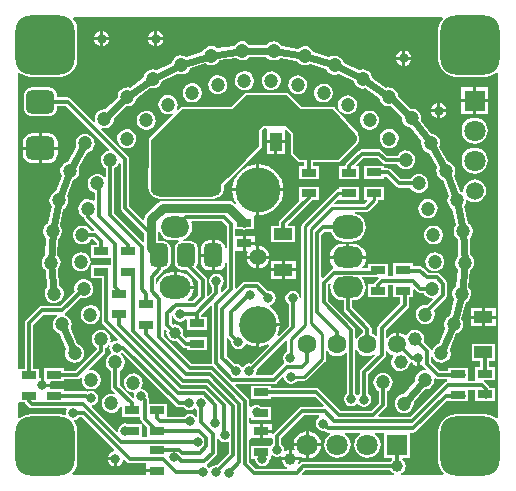
<source format=gbl>
G04*
G04 #@! TF.GenerationSoftware,Altium Limited,Altium Designer,21.8.1 (53)*
G04*
G04 Layer_Physical_Order=2*
G04 Layer_Color=16711680*
%FSLAX44Y44*%
%MOMM*%
G71*
G04*
G04 #@! TF.SameCoordinates,1EBAD2C5-6FE2-4B2B-94EE-1844CA0BE318*
G04*
G04*
G04 #@! TF.FilePolarity,Positive*
G04*
G01*
G75*
%ADD11C,0.2540*%
%ADD33C,0.3000*%
%ADD34R,1.3000X0.7000*%
%ADD40C,0.6000*%
%ADD43C,1.2000*%
%ADD44C,1.1500*%
%ADD45C,1.4000*%
%ADD46C,3.8000*%
%ADD47C,3.2000*%
%ADD48O,2.6000X1.8000*%
%ADD49O,2.6000X2.0000*%
%ADD50O,2.4000X1.8000*%
G04:AMPARAMS|DCode=51|XSize=5mm|YSize=5mm|CornerRadius=1.25mm|HoleSize=0mm|Usage=FLASHONLY|Rotation=0.000|XOffset=0mm|YOffset=0mm|HoleType=Round|Shape=RoundedRectangle|*
%AMROUNDEDRECTD51*
21,1,5.0000,2.5000,0,0,0.0*
21,1,2.5000,5.0000,0,0,0.0*
1,1,2.5000,1.2500,-1.2500*
1,1,2.5000,-1.2500,-1.2500*
1,1,2.5000,-1.2500,1.2500*
1,1,2.5000,1.2500,1.2500*
%
%ADD51ROUNDEDRECTD51*%
%ADD52C,1.8000*%
%ADD53R,1.8000X1.8000*%
%ADD54C,1.6000*%
%ADD55C,1.5000*%
%ADD56R,1.8000X1.8000*%
%ADD57C,0.8000*%
%ADD58C,1.0000*%
G04:AMPARAMS|DCode=59|XSize=2mm|YSize=2.4mm|CornerRadius=0.5mm|HoleSize=0mm|Usage=FLASHONLY|Rotation=270.000|XOffset=0mm|YOffset=0mm|HoleType=Round|Shape=RoundedRectangle|*
%AMROUNDEDRECTD59*
21,1,2.0000,1.4000,0,0,270.0*
21,1,1.0000,2.4000,0,0,270.0*
1,1,1.0000,-0.7000,-0.5000*
1,1,1.0000,-0.7000,0.5000*
1,1,1.0000,0.7000,0.5000*
1,1,1.0000,0.7000,-0.5000*
%
%ADD59ROUNDEDRECTD59*%
G04:AMPARAMS|DCode=60|XSize=6mm|YSize=3mm|CornerRadius=0.75mm|HoleSize=0mm|Usage=FLASHONLY|Rotation=180.000|XOffset=0mm|YOffset=0mm|HoleType=Round|Shape=RoundedRectangle|*
%AMROUNDEDRECTD60*
21,1,6.0000,1.5000,0,0,180.0*
21,1,4.5000,3.0000,0,0,180.0*
1,1,1.5000,-2.2500,0.7500*
1,1,1.5000,2.2500,0.7500*
1,1,1.5000,2.2500,-0.7500*
1,1,1.5000,-2.2500,-0.7500*
%
%ADD60ROUNDEDRECTD60*%
G04:AMPARAMS|DCode=61|XSize=1.5mm|YSize=2mm|CornerRadius=0.375mm|HoleSize=0mm|Usage=FLASHONLY|Rotation=180.000|XOffset=0mm|YOffset=0mm|HoleType=Round|Shape=RoundedRectangle|*
%AMROUNDEDRECTD61*
21,1,1.5000,1.2500,0,0,180.0*
21,1,0.7500,2.0000,0,0,180.0*
1,1,0.7500,-0.3750,0.6250*
1,1,0.7500,0.3750,0.6250*
1,1,0.7500,0.3750,-0.6250*
1,1,0.7500,-0.3750,-0.6250*
%
%ADD61ROUNDEDRECTD61*%
%ADD62R,1.0000X1.6000*%
%ADD63R,1.6000X1.0000*%
%ADD64C,0.7500*%
G36*
X7033Y169643D02*
X7167Y169439D01*
X8736Y168033D01*
X10615Y167082D01*
X12677Y166649D01*
X14780Y166765D01*
X16782Y167421D01*
X18545Y168573D01*
X18671Y168714D01*
X32665Y166571D01*
X32743Y166399D01*
X34081Y164773D01*
X35794Y163548D01*
X37767Y162808D01*
X39863Y162604D01*
X41941Y162949D01*
X43859Y163821D01*
X44005Y163941D01*
X57512Y159704D01*
X57564Y159522D01*
X58640Y157711D01*
X60148Y156241D01*
X61986Y155211D01*
X64027Y154692D01*
X66133Y154719D01*
X68161Y155290D01*
X68323Y155386D01*
X81034Y149153D01*
X81057Y148965D01*
X81847Y147013D01*
X83115Y145331D01*
X84775Y144035D01*
X86714Y143212D01*
X88800Y142920D01*
X90891Y143177D01*
X91066Y143248D01*
X102686Y135161D01*
X102680Y134973D01*
X103165Y132923D01*
X104164Y131068D01*
X105609Y129536D01*
X107401Y128429D01*
X109419Y127824D01*
X111525Y127762D01*
X112527Y127999D01*
X122152Y118373D01*
X122084Y118001D01*
X122253Y115901D01*
X122959Y113917D01*
X124156Y112183D01*
X125760Y110818D01*
X127662Y109914D01*
X129734Y109534D01*
X129867Y109545D01*
X138458Y98273D01*
X138378Y98042D01*
X138227Y95941D01*
X138625Y93873D01*
X139545Y91978D01*
X140924Y90386D01*
X142668Y89204D01*
X144658Y88515D01*
X144846Y88501D01*
X151717Y76124D01*
X151629Y75957D01*
X151162Y73903D01*
X151242Y71798D01*
X151864Y69785D01*
X152986Y68003D01*
X154531Y66571D01*
X156394Y65588D01*
X156578Y65546D01*
X161495Y52271D01*
X161383Y52119D01*
X160610Y50160D01*
X160370Y48067D01*
X160681Y45983D01*
X161520Y44051D01*
X162830Y42402D01*
X164523Y41148D01*
X164698Y41079D01*
X167548Y27212D01*
X167414Y27079D01*
X166354Y25259D01*
X165800Y23227D01*
X165791Y21121D01*
X166328Y19084D01*
X167373Y17255D01*
X168857Y15760D01*
X169019Y15664D01*
X169737Y1526D01*
X169584Y1415D01*
X168260Y-223D01*
X167405Y-2148D01*
X167077Y-4229D01*
X167299Y-6324D01*
X168056Y-8290D01*
X169296Y-9993D01*
X169442Y-10111D01*
X168011Y-24196D01*
X167843Y-24282D01*
X166286Y-25701D01*
X165149Y-27474D01*
X164510Y-29481D01*
X164412Y-31586D01*
X164863Y-33643D01*
X165830Y-35515D01*
X165957Y-35654D01*
X162409Y-49359D01*
X162230Y-49419D01*
X160476Y-50586D01*
X159084Y-52167D01*
X158148Y-54054D01*
X157733Y-56119D01*
X157866Y-58221D01*
X158539Y-60217D01*
X158644Y-60374D01*
X153061Y-73384D01*
X152875Y-73416D01*
X150965Y-74304D01*
X149350Y-75656D01*
X148139Y-77379D01*
X147618Y-78804D01*
X146303Y-78702D01*
X146183Y-78099D01*
X145410Y-76941D01*
X140171Y-71702D01*
X140407Y-71058D01*
X140587Y-69025D01*
X140236Y-67015D01*
X139376Y-65165D01*
X138067Y-63600D01*
X136397Y-62427D01*
X134480Y-61726D01*
X132447Y-61546D01*
X130437Y-61897D01*
X128587Y-62757D01*
X127022Y-64066D01*
X126029Y-65480D01*
X125190Y-65798D01*
X124448Y-65869D01*
X123173Y-64890D01*
X120731Y-63878D01*
X119380Y-63701D01*
Y-73660D01*
X116840D01*
Y-63701D01*
X115489Y-63878D01*
X113047Y-64890D01*
X110949Y-66499D01*
X109623Y-68228D01*
X108353Y-67797D01*
Y-61295D01*
X126739Y-42909D01*
X127513Y-41751D01*
X127785Y-40385D01*
Y-33708D01*
X131690D01*
Y-27307D01*
X132863Y-26821D01*
X134990Y-28948D01*
X136148Y-29721D01*
X137514Y-29993D01*
X140290D01*
X140828Y-31034D01*
X142247Y-32591D01*
X144020Y-33728D01*
X146027Y-34367D01*
X147346Y-34428D01*
X147847Y-35723D01*
X143025Y-40545D01*
X142294Y-40398D01*
X140191Y-40531D01*
X138195Y-41204D01*
X136441Y-42371D01*
X135049Y-43952D01*
X134114Y-45839D01*
X133698Y-47904D01*
X133832Y-50006D01*
X134505Y-52002D01*
X135671Y-53756D01*
X137252Y-55148D01*
X139139Y-56084D01*
X141204Y-56499D01*
X143307Y-56366D01*
X145303Y-55693D01*
X147057Y-54526D01*
X148449Y-52945D01*
X149384Y-51058D01*
X149799Y-48993D01*
X149666Y-46891D01*
X148993Y-44895D01*
X148903Y-44760D01*
X159474Y-34189D01*
X160248Y-33031D01*
X160520Y-31665D01*
Y-22489D01*
X160248Y-21124D01*
X159474Y-19966D01*
X153909Y-14401D01*
X152752Y-13627D01*
X151386Y-13356D01*
X144790D01*
X140125Y-8691D01*
X138967Y-7917D01*
X137601Y-7645D01*
X131690D01*
Y-5208D01*
X114690D01*
Y-16208D01*
X113435Y-16243D01*
X110354D01*
Y-5408D01*
X93354D01*
Y-9331D01*
X88870D01*
X88560Y-8062D01*
X90280Y-5820D01*
X91443Y-3013D01*
X91672Y-1270D01*
X76200D01*
Y0D01*
D01*
Y-1270D01*
X60728D01*
X60957Y-3013D01*
X62120Y-5820D01*
X63886Y-8122D01*
X63826Y-8634D01*
X63524Y-9489D01*
X62950Y-9603D01*
X61793Y-10377D01*
X54780Y-17389D01*
X53607Y-16903D01*
Y18842D01*
X56596Y21832D01*
X61689D01*
X62718Y19348D01*
X64641Y16841D01*
X67148Y14918D01*
X70067Y13709D01*
X73200Y13297D01*
X79200D01*
X82333Y13709D01*
X85252Y14918D01*
X87759Y16841D01*
X89682Y19348D01*
X90891Y22267D01*
X91304Y25400D01*
X90891Y28533D01*
X89682Y31452D01*
X87759Y33958D01*
X85252Y35882D01*
X82333Y37091D01*
X82548Y38322D01*
X91440D01*
X92716Y38576D01*
X93798Y39299D01*
X100655Y46157D01*
X101378Y47238D01*
X101632Y48514D01*
Y48842D01*
X106798D01*
Y59842D01*
X89798D01*
Y48842D01*
X92252D01*
X92738Y47669D01*
X90059Y44990D01*
X65080D01*
X64594Y46163D01*
X67797Y49366D01*
X68970Y48880D01*
Y48588D01*
X85970D01*
Y59588D01*
X68970D01*
Y57422D01*
X67804D01*
X66528Y57168D01*
X65447Y56446D01*
X37775Y28774D01*
X37052Y27692D01*
X36798Y26416D01*
Y-34041D01*
X35528Y-34166D01*
X35137Y-32203D01*
X33811Y-30218D01*
X31827Y-28892D01*
X29485Y-28426D01*
X27144Y-28892D01*
X25160Y-30218D01*
X23834Y-32203D01*
X23368Y-34544D01*
X23834Y-36885D01*
X25160Y-38870D01*
X25917Y-39376D01*
Y-57936D01*
X17593Y-66261D01*
X16561Y-65496D01*
X17212Y-64279D01*
X18272Y-60785D01*
X18505Y-58420D01*
X1270D01*
Y-75655D01*
X3634Y-75422D01*
X7129Y-74362D01*
X8346Y-73711D01*
X9111Y-74742D01*
X-6219Y-90072D01*
X-7112Y-89895D01*
X-9453Y-90360D01*
X-11438Y-91686D01*
X-12190Y-92812D01*
X-13718D01*
X-14470Y-91686D01*
X-16455Y-90360D01*
X-18796Y-89895D01*
X-19689Y-90072D01*
X-26403Y-83358D01*
Y-68435D01*
X-25133Y-68049D01*
X-25129Y-68055D01*
X-22450Y-70735D01*
X-22627Y-71628D01*
X-22162Y-73969D01*
X-20836Y-75954D01*
X-18851Y-77280D01*
X-16510Y-77745D01*
X-14169Y-77280D01*
X-12184Y-75954D01*
X-10858Y-73969D01*
X-10829Y-73824D01*
X-9400Y-73148D01*
X-7129Y-74362D01*
X-3634Y-75422D01*
X-1270Y-75655D01*
Y-57150D01*
X0D01*
Y-55880D01*
X18505D01*
X18272Y-53516D01*
X17212Y-50021D01*
X15490Y-46800D01*
X13173Y-43977D01*
X10350Y-41660D01*
X10105Y-41529D01*
X10302Y-40194D01*
X11295Y-39997D01*
X13280Y-38671D01*
X14606Y-36686D01*
X15071Y-34345D01*
X14606Y-32004D01*
X13280Y-30019D01*
X11295Y-28693D01*
X8954Y-28228D01*
X8061Y-28405D01*
X1382Y-21727D01*
X224Y-20953D01*
X-1141Y-20681D01*
X-10788D01*
X-12154Y-20953D01*
X-13311Y-21727D01*
X-18021Y-26437D01*
X-19291Y-25911D01*
Y5670D01*
X-12954D01*
Y11710D01*
Y17750D01*
X-19291D01*
Y23710D01*
X-13507D01*
X-11684Y23347D01*
X-9861Y23710D01*
X-3184D01*
Y34543D01*
X-2675Y35769D01*
X-1270Y35631D01*
Y55880D01*
X-21519D01*
X-21228Y52927D01*
X-19997Y48867D01*
X-18553Y46166D01*
X-19584Y45401D01*
X-20492Y46309D01*
X-22394Y47580D01*
X-24638Y48027D01*
X-80264D01*
X-82507Y47580D01*
X-84410Y46309D01*
X-94384Y36335D01*
X-95655Y34433D01*
X-96101Y32190D01*
Y31941D01*
X-97274Y31455D01*
X-109162Y43342D01*
Y83495D01*
X-109433Y84860D01*
X-110207Y86018D01*
X-132764Y108575D01*
X-132068Y109675D01*
X-131705Y109546D01*
X-129605Y109377D01*
X-127533Y109758D01*
X-125631Y110662D01*
X-124027Y112027D01*
X-122831Y113761D01*
X-122125Y115746D01*
X-121956Y117846D01*
X-121990Y118031D01*
X-111730Y127786D01*
X-111547Y127743D01*
X-109441Y127805D01*
X-107424Y128410D01*
X-105632Y129517D01*
X-104187Y131050D01*
X-103188Y132905D01*
X-102704Y134955D01*
X-102711Y135199D01*
X-91141Y143384D01*
X-91018Y143334D01*
X-88927Y143076D01*
X-86841Y143369D01*
X-84902Y144192D01*
X-83242Y145489D01*
X-81974Y147171D01*
X-81184Y149124D01*
X-81161Y149311D01*
X-68425Y155560D01*
X-68262Y155464D01*
X-66235Y154893D01*
X-64128Y154867D01*
X-62087Y155386D01*
X-60250Y156416D01*
X-58742Y157887D01*
X-57666Y159698D01*
X-57614Y159879D01*
X-44078Y164128D01*
X-43933Y164008D01*
X-42015Y163137D01*
X-39937Y162792D01*
X-37840Y162996D01*
X-35868Y163736D01*
X-34155Y164961D01*
X-32817Y166589D01*
X-32739Y166760D01*
X-18716Y168910D01*
X-18590Y168769D01*
X-16826Y167618D01*
X-14824Y166962D01*
X-12721Y166847D01*
X-10660Y167280D01*
X-8780Y168231D01*
X-7211Y169637D01*
X-7139Y169748D01*
X7033Y169643D01*
D02*
G37*
G36*
X156459Y201930D02*
X154834Y199813D01*
X153373Y196285D01*
X152875Y192500D01*
Y167500D01*
X153373Y163715D01*
X154834Y160187D01*
X157158Y157158D01*
X160187Y154834D01*
X163715Y153373D01*
X167500Y152875D01*
X192500D01*
X196285Y153373D01*
X199813Y154834D01*
X201930Y156459D01*
X203200Y155833D01*
Y-135833D01*
X201930Y-136459D01*
X199813Y-134834D01*
X196285Y-133373D01*
X192500Y-132875D01*
X167500D01*
X163715Y-133373D01*
X160187Y-134834D01*
X157158Y-137158D01*
X154834Y-140188D01*
X153373Y-143715D01*
X152875Y-147500D01*
Y-172500D01*
X153373Y-176285D01*
X154834Y-179813D01*
X157158Y-182841D01*
X157296Y-182947D01*
X156888Y-184150D01*
X121324D01*
X121072Y-182880D01*
X121640Y-182645D01*
X123102Y-181522D01*
X124225Y-180060D01*
X124930Y-178357D01*
X125170Y-176530D01*
X124930Y-174703D01*
X124225Y-173000D01*
X123102Y-171538D01*
X122428Y-171020D01*
X122859Y-169750D01*
X129110D01*
Y-148349D01*
X131306D01*
X132671Y-148077D01*
X133829Y-147303D01*
X159394Y-121739D01*
X160664Y-121846D01*
Y-121846D01*
X177664D01*
Y-117855D01*
X177813Y-117108D01*
X177664Y-116361D01*
Y-112027D01*
X183838D01*
Y-121536D01*
X192270D01*
X192786Y-121639D01*
X193302Y-121536D01*
X200838D01*
Y-110536D01*
X196212D01*
X196083Y-109886D01*
X195309Y-108729D01*
X192515Y-105935D01*
X191574Y-105306D01*
X191687Y-104296D01*
X191786Y-104036D01*
X200838D01*
Y-93036D01*
X195593D01*
Y-87540D01*
X201000D01*
Y-73540D01*
X181000D01*
Y-87540D01*
X188455D01*
Y-93036D01*
X183838D01*
Y-103619D01*
X183838Y-104036D01*
X182921Y-104889D01*
X178709D01*
X177664Y-104346D01*
Y-100355D01*
X177812Y-99608D01*
X177664Y-98861D01*
Y-93346D01*
X160664D01*
Y-96039D01*
X153901D01*
X146455Y-88593D01*
Y-84097D01*
X147725Y-83817D01*
X148480Y-85441D01*
X149831Y-87057D01*
X151555Y-88267D01*
X153534Y-88990D01*
X155632Y-89177D01*
X157707Y-88814D01*
X159617Y-87927D01*
X161233Y-86575D01*
X162443Y-84851D01*
X163166Y-82873D01*
X163353Y-80774D01*
X162990Y-78700D01*
X162411Y-77452D01*
X168034Y-64347D01*
X169337Y-63908D01*
X171091Y-62741D01*
X172484Y-61160D01*
X173419Y-59273D01*
X173834Y-57208D01*
X173701Y-55106D01*
X173028Y-53110D01*
X172266Y-51965D01*
X175840Y-38159D01*
X177062Y-37527D01*
X178619Y-36109D01*
X179756Y-34335D01*
X180395Y-32328D01*
X180493Y-30224D01*
X180043Y-28166D01*
X179075Y-26295D01*
X178149Y-25278D01*
X179591Y-11091D01*
X180703Y-10281D01*
X182027Y-8643D01*
X182882Y-6718D01*
X183210Y-4638D01*
X182988Y-2543D01*
X182232Y-577D01*
X180992Y1126D01*
X179922Y1991D01*
X179200Y16233D01*
X180176Y17201D01*
X181237Y19021D01*
X181791Y21054D01*
X181800Y23160D01*
X181263Y25197D01*
X180217Y27026D01*
X178734Y28521D01*
X177546Y29214D01*
X174675Y43183D01*
X175494Y44288D01*
X176267Y46247D01*
X176489Y48190D01*
X176924Y48517D01*
X177714Y48850D01*
X178705Y48090D01*
X181016Y47133D01*
X183496Y46806D01*
X185976Y47133D01*
X188287Y48090D01*
X190271Y49612D01*
X191794Y51597D01*
X192752Y53908D01*
X193078Y56388D01*
X192752Y58868D01*
X191794Y61179D01*
X190271Y63163D01*
X188287Y64686D01*
X185976Y65643D01*
X183496Y65970D01*
X181016Y65643D01*
X178705Y64686D01*
X176721Y63163D01*
X175198Y61179D01*
X174241Y58868D01*
X173914Y56388D01*
X174017Y55607D01*
X172828Y54907D01*
X172354Y55259D01*
X171074Y55764D01*
X166121Y69136D01*
X166763Y70353D01*
X167230Y72407D01*
X167150Y74511D01*
X166528Y76524D01*
X165406Y78307D01*
X163861Y79738D01*
X161998Y80722D01*
X160657Y81027D01*
X153736Y93495D01*
X154186Y94795D01*
X154337Y96896D01*
X153939Y98964D01*
X153019Y100859D01*
X151640Y102452D01*
X149896Y103633D01*
X147906Y104323D01*
X146596Y104417D01*
X137942Y115770D01*
X138201Y117185D01*
X138032Y119284D01*
X137326Y121269D01*
X136130Y123003D01*
X134525Y124368D01*
X132623Y125271D01*
X130551Y125652D01*
X129387Y125558D01*
X118724Y136221D01*
X118735Y136606D01*
X118250Y138656D01*
X117251Y140511D01*
X115807Y142044D01*
X114014Y143150D01*
X111996Y143755D01*
X109891Y143817D01*
X108552Y143500D01*
X96847Y151646D01*
X96679Y153011D01*
X95890Y154964D01*
X94621Y156646D01*
X92961Y157942D01*
X91022Y158765D01*
X88936Y159057D01*
X86845Y158800D01*
X85570Y158284D01*
X72766Y164563D01*
X72393Y165887D01*
X71317Y167698D01*
X69809Y169168D01*
X67971Y170198D01*
X65930Y170718D01*
X63823Y170691D01*
X61796Y170119D01*
X60613Y169417D01*
X47007Y173685D01*
X46438Y174937D01*
X45099Y176564D01*
X43386Y177789D01*
X41413Y178528D01*
X39317Y178733D01*
X37239Y178387D01*
X35321Y177516D01*
X34259Y176642D01*
X20163Y178800D01*
X19411Y179952D01*
X17842Y181357D01*
X15962Y182308D01*
X13901Y182741D01*
X11797Y182625D01*
X9796Y181969D01*
X8032Y180817D01*
X7156Y179839D01*
X-7120Y179944D01*
X-8079Y181015D01*
X-9843Y182167D01*
X-11845Y182823D01*
X-13948Y182938D01*
X-16009Y182505D01*
X-17888Y181553D01*
X-19457Y180148D01*
X-20209Y178996D01*
X-34335Y176831D01*
X-35398Y177704D01*
X-37315Y178575D01*
X-39393Y178920D01*
X-41490Y178716D01*
X-43462Y177976D01*
X-45175Y176751D01*
X-46513Y175124D01*
X-47082Y173871D01*
X-60717Y169592D01*
X-61900Y170294D01*
X-63927Y170865D01*
X-66034Y170892D01*
X-68075Y170372D01*
X-69912Y169342D01*
X-71420Y167871D01*
X-72497Y166060D01*
X-72869Y164736D01*
X-85699Y158441D01*
X-86974Y158957D01*
X-89065Y159214D01*
X-91151Y158921D01*
X-93090Y158098D01*
X-94750Y156802D01*
X-96018Y155120D01*
X-96807Y153167D01*
X-96983Y151740D01*
X-108638Y143496D01*
X-109916Y143798D01*
X-112022Y143735D01*
X-114039Y143130D01*
X-115831Y142023D01*
X-117276Y140490D01*
X-118275Y138636D01*
X-118759Y136586D01*
X-118718Y135211D01*
X-129053Y125385D01*
X-130424Y125495D01*
X-132496Y125114D01*
X-134399Y124210D01*
X-136003Y122845D01*
X-137198Y121110D01*
X-137905Y119126D01*
X-138073Y117026D01*
X-137770Y115378D01*
X-138948Y114759D01*
X-158538Y134349D01*
X-159696Y135123D01*
X-161061Y135394D01*
X-170090D01*
Y136826D01*
X-170330Y138653D01*
X-171035Y140356D01*
X-172157Y141818D01*
X-173620Y142941D01*
X-175323Y143646D01*
X-177150Y143886D01*
X-191150D01*
X-192977Y143646D01*
X-194680Y142941D01*
X-196142Y141818D01*
X-197264Y140356D01*
X-197970Y138653D01*
X-198210Y136826D01*
Y126826D01*
X-197970Y124999D01*
X-197264Y123296D01*
X-196142Y121833D01*
X-194680Y120711D01*
X-192977Y120006D01*
X-191150Y119766D01*
X-177150D01*
X-175323Y120006D01*
X-173620Y120711D01*
X-172157Y121833D01*
X-171035Y123296D01*
X-170330Y124999D01*
X-170090Y126826D01*
Y128257D01*
X-162540D01*
X-125826Y91544D01*
X-126270Y90354D01*
X-126714Y90322D01*
X-128704Y89632D01*
X-130448Y88450D01*
X-131827Y86858D01*
X-132746Y84963D01*
X-133144Y82894D01*
X-132992Y80793D01*
X-132303Y78803D01*
X-131121Y77059D01*
X-129528Y75680D01*
X-128658Y75258D01*
Y68103D01*
X-129928Y67605D01*
X-130976Y68736D01*
X-132759Y69858D01*
X-134772Y70479D01*
X-136877Y70559D01*
X-138931Y70092D01*
X-140793Y69108D01*
X-142338Y67676D01*
X-143460Y65893D01*
X-144082Y63881D01*
X-144161Y61776D01*
X-143694Y59722D01*
X-142710Y57859D01*
X-141278Y56314D01*
X-139495Y55193D01*
X-138094Y54760D01*
Y48317D01*
X-139364Y47704D01*
X-139875Y48109D01*
X-141807Y48948D01*
X-143890Y49258D01*
X-145983Y49018D01*
X-147943Y48245D01*
X-149635Y46990D01*
X-150945Y45341D01*
X-151784Y43409D01*
X-152094Y41325D01*
X-151854Y39232D01*
X-151080Y37273D01*
X-149826Y35581D01*
X-148177Y34271D01*
X-147535Y33992D01*
X-147323Y32927D01*
X-146549Y31769D01*
X-138523Y23743D01*
X-139049Y22473D01*
X-141422D01*
X-142222Y23844D01*
X-143718Y25327D01*
X-145547Y26373D01*
X-147584Y26909D01*
X-149690Y26900D01*
X-151723Y26346D01*
X-153542Y25285D01*
X-155025Y23789D01*
X-156070Y21960D01*
X-156607Y19923D01*
X-156598Y17816D01*
X-156044Y15784D01*
X-154982Y13965D01*
X-153486Y12482D01*
X-151658Y11436D01*
X-149621Y10900D01*
X-147514Y10909D01*
X-145482Y11463D01*
X-143662Y12524D01*
X-142179Y14020D01*
X-141427Y15336D01*
X-139431D01*
X-136244Y12149D01*
Y10720D01*
X-140957D01*
Y-280D01*
X-124727D01*
Y-6780D01*
X-140957D01*
Y-17780D01*
X-132191D01*
Y-54004D01*
X-131919Y-55369D01*
X-131146Y-56527D01*
X-118382Y-69291D01*
X-119008Y-70461D01*
X-119634Y-70336D01*
X-121975Y-70802D01*
X-123837Y-72046D01*
X-124324Y-71877D01*
X-124999Y-71412D01*
X-124704Y-69718D01*
X-124890Y-67620D01*
X-125614Y-65641D01*
X-126825Y-63918D01*
X-128441Y-62566D01*
X-130351Y-61679D01*
X-132426Y-61317D01*
X-134524Y-61504D01*
X-136503Y-62227D01*
X-138226Y-63438D01*
X-139578Y-65054D01*
X-140465Y-66964D01*
X-140827Y-69039D01*
X-140640Y-71137D01*
X-139917Y-73116D01*
X-138706Y-74839D01*
X-137090Y-76191D01*
X-136334Y-76542D01*
Y-77840D01*
X-154534Y-96039D01*
X-163966D01*
Y-94108D01*
X-180966D01*
Y-100830D01*
X-181102Y-100949D01*
Y-106934D01*
X-175943D01*
X-176000Y-106497D01*
X-176138Y-106164D01*
X-175432Y-105108D01*
X-163966D01*
Y-103177D01*
X-153055D01*
X-151690Y-102905D01*
X-150532Y-102131D01*
X-150332Y-101931D01*
X-149342Y-102418D01*
X-149176Y-102572D01*
X-149219Y-104606D01*
X-148716Y-106652D01*
X-147702Y-108498D01*
X-146244Y-110018D01*
X-144442Y-111109D01*
X-142419Y-111697D01*
X-140313Y-111741D01*
X-138267Y-111238D01*
X-136422Y-110224D01*
X-134901Y-108766D01*
X-133810Y-106964D01*
X-133222Y-104941D01*
X-133178Y-102835D01*
X-133681Y-100790D01*
X-134696Y-98944D01*
X-136153Y-97423D01*
X-137955Y-96332D01*
X-139978Y-95744D01*
X-142084Y-95700D01*
X-142377Y-95772D01*
X-143024Y-94624D01*
X-130242Y-81841D01*
X-129468Y-80684D01*
X-129197Y-79318D01*
Y-76592D01*
X-129028Y-76530D01*
X-127305Y-75319D01*
X-126670Y-74560D01*
X-125487Y-75126D01*
X-125751Y-76454D01*
X-125286Y-78795D01*
X-124399Y-80123D01*
X-124657Y-81667D01*
X-124722Y-81750D01*
X-125505Y-82180D01*
X-127025Y-83638D01*
X-128117Y-85440D01*
X-128704Y-87463D01*
X-128748Y-89569D01*
X-128246Y-91615D01*
X-127231Y-93461D01*
X-125773Y-94981D01*
X-124297Y-95875D01*
Y-109843D01*
X-124025Y-111208D01*
X-123251Y-112366D01*
X-120620Y-114997D01*
X-121356Y-116057D01*
X-121835Y-115838D01*
X-123912Y-115486D01*
X-126009Y-115685D01*
X-127984Y-116419D01*
X-129701Y-117639D01*
X-131043Y-119262D01*
X-131920Y-121178D01*
X-132271Y-123254D01*
X-132073Y-125352D01*
X-131339Y-127326D01*
X-130119Y-129043D01*
X-128496Y-130386D01*
X-126580Y-131262D01*
X-124503Y-131614D01*
X-122406Y-131415D01*
X-120432Y-130681D01*
X-118715Y-129461D01*
X-117372Y-127838D01*
X-116704Y-126378D01*
X-115434Y-126655D01*
Y-134826D01*
X-99485D01*
Y-136508D01*
X-99213Y-137874D01*
X-98439Y-139031D01*
X-94098Y-143373D01*
Y-152326D01*
X-95302Y-152485D01*
X-97230D01*
X-98434Y-152326D01*
Y-141326D01*
X-109679D01*
X-109927Y-141160D01*
X-112268Y-140695D01*
X-114609Y-141160D01*
X-114857Y-141326D01*
X-115434D01*
Y-141711D01*
X-116594Y-142486D01*
X-117920Y-144471D01*
X-118385Y-146812D01*
X-118314Y-147172D01*
X-119484Y-147798D01*
X-140823Y-126459D01*
X-140406Y-125081D01*
X-138883Y-124778D01*
X-136898Y-123452D01*
X-135572Y-121467D01*
X-135106Y-119126D01*
X-135572Y-116785D01*
X-136898Y-114800D01*
X-138883Y-113474D01*
X-141224Y-113008D01*
X-143565Y-113474D01*
X-144061Y-113805D01*
X-145397Y-113539D01*
X-163966D01*
Y-111608D01*
X-175329D01*
X-176177Y-110338D01*
X-176000Y-109911D01*
X-175943Y-109474D01*
X-182372D01*
Y-108204D01*
X-183642D01*
Y-101775D01*
X-184032Y-101826D01*
X-184296Y-101834D01*
X-185302Y-101051D01*
Y-94362D01*
X-190233D01*
Y-57402D01*
X-181321Y-48489D01*
X-170098D01*
X-169800Y-49759D01*
X-170272Y-49994D01*
X-171852Y-51386D01*
X-173019Y-53140D01*
X-173691Y-55136D01*
X-173824Y-57238D01*
X-173409Y-59303D01*
X-172473Y-61191D01*
X-171080Y-62771D01*
X-169326Y-63937D01*
X-168023Y-64377D01*
X-162397Y-77481D01*
X-162976Y-78728D01*
X-163339Y-80803D01*
X-163152Y-82901D01*
X-162428Y-84879D01*
X-161217Y-86603D01*
X-159602Y-87955D01*
X-157691Y-88842D01*
X-155616Y-89204D01*
X-153518Y-89017D01*
X-151540Y-88294D01*
X-149816Y-87083D01*
X-148465Y-85467D01*
X-147578Y-83557D01*
X-147215Y-81482D01*
X-147402Y-79384D01*
X-148125Y-77405D01*
X-149336Y-75682D01*
X-150952Y-74330D01*
X-152863Y-73443D01*
X-153048Y-73411D01*
X-158633Y-60402D01*
X-158529Y-60245D01*
X-157856Y-58249D01*
X-157723Y-56146D01*
X-158139Y-54081D01*
X-159075Y-52194D01*
X-160467Y-50614D01*
X-162221Y-49447D01*
X-163474Y-49025D01*
X-163661Y-47622D01*
X-163394Y-47444D01*
X-150025Y-34075D01*
X-148126Y-34490D01*
X-146022Y-34392D01*
X-144015Y-33753D01*
X-142241Y-32616D01*
X-140823Y-31059D01*
X-139856Y-29187D01*
X-139406Y-27129D01*
X-139504Y-25025D01*
X-140143Y-23018D01*
X-141280Y-21245D01*
X-142838Y-19827D01*
X-144709Y-18859D01*
X-146767Y-18410D01*
X-148871Y-18508D01*
X-150878Y-19147D01*
X-152651Y-20284D01*
X-154070Y-21841D01*
X-155037Y-23713D01*
X-155487Y-25771D01*
X-155388Y-27875D01*
X-155033Y-28990D01*
X-167395Y-41352D01*
X-182799D01*
X-184165Y-41624D01*
X-185323Y-42397D01*
X-196325Y-53400D01*
X-197099Y-54558D01*
X-197371Y-55923D01*
Y-94362D01*
X-202302D01*
X-203200Y-93464D01*
Y155833D01*
X-201930Y156459D01*
X-199813Y154834D01*
X-196285Y153373D01*
X-192500Y152875D01*
X-167500D01*
X-163715Y153373D01*
X-160187Y154834D01*
X-157158Y157158D01*
X-154834Y160187D01*
X-153373Y163715D01*
X-152875Y167500D01*
Y192500D01*
X-153373Y196285D01*
X-154834Y199813D01*
X-156459Y201930D01*
X-155833Y203200D01*
X155833D01*
X156459Y201930D01*
D02*
G37*
G36*
X-116299Y79299D02*
Y41864D01*
X-116027Y40499D01*
X-115254Y39341D01*
X-96101Y20188D01*
Y13145D01*
X-97274Y12659D01*
X-121520Y36905D01*
Y75188D01*
X-121473Y75205D01*
X-119730Y76386D01*
X-118351Y77979D01*
X-117569Y79591D01*
X-116299Y79299D01*
D02*
G37*
G36*
X-26429Y26716D02*
Y8245D01*
X-27699Y8120D01*
X-28131Y10294D01*
X-29521Y12375D01*
X-31602Y13765D01*
X-34056Y14253D01*
X-36536D01*
Y1590D01*
Y-11073D01*
X-34056D01*
X-31602Y-10585D01*
X-29521Y-9195D01*
X-28131Y-7114D01*
X-27699Y-4940D01*
X-26429Y-5065D01*
Y-25700D01*
X-30268Y-29540D01*
X-31539Y-29014D01*
Y-24962D01*
X-30781Y-24456D01*
X-29455Y-22471D01*
X-28990Y-20130D01*
X-29455Y-17789D01*
X-30781Y-15804D01*
X-32766Y-14478D01*
X-35107Y-14012D01*
X-37448Y-14478D01*
X-39433Y-15804D01*
X-40759Y-17789D01*
X-41225Y-20130D01*
X-40759Y-22471D01*
X-39433Y-24456D01*
X-38676Y-24962D01*
Y-29057D01*
X-41994Y-32375D01*
X-43167Y-31889D01*
Y-19050D01*
X-43439Y-17684D01*
X-44213Y-16527D01*
X-52459Y-8280D01*
X-51540Y-6903D01*
X-51093Y-4660D01*
Y7840D01*
X-51540Y10084D01*
X-52811Y11985D01*
X-54713Y13256D01*
X-56956Y13703D01*
X-63027D01*
X-63279Y14973D01*
X-61302Y15791D01*
X-59005Y17555D01*
X-57242Y19853D01*
X-56133Y22528D01*
X-55755Y25400D01*
X-56133Y28272D01*
X-56711Y29665D01*
X-56005Y30721D01*
X-30434D01*
X-26429Y26716D01*
D02*
G37*
G36*
X-82458Y19853D02*
X-80695Y17555D01*
X-78397Y15791D01*
X-75722Y14683D01*
X-72850Y14305D01*
X-67416D01*
X-67031Y13035D01*
X-68601Y11985D01*
X-69872Y10084D01*
X-70319Y7840D01*
Y-4660D01*
X-69872Y-6903D01*
X-68601Y-8806D01*
X-66700Y-10076D01*
X-64456Y-10523D01*
X-60310D01*
X-50305Y-20528D01*
Y-32304D01*
X-54818Y-36817D01*
X-59044D01*
X-59475Y-35547D01*
X-57906Y-34344D01*
X-55896Y-31724D01*
X-54633Y-28674D01*
X-54369Y-26670D01*
X-69850D01*
Y-25400D01*
X-71120D01*
Y-12752D01*
X-72850D01*
X-76124Y-13183D01*
X-79174Y-14446D01*
X-81794Y-16456D01*
X-83804Y-19076D01*
X-85067Y-22126D01*
X-85077Y-22204D01*
X-86347Y-22121D01*
Y-17734D01*
X-81083Y-12469D01*
X-80309Y-11312D01*
X-80152Y-10523D01*
X-79856D01*
X-77613Y-10077D01*
X-75711Y-8806D01*
X-74440Y-6904D01*
X-73993Y-4660D01*
Y7840D01*
X-74440Y10083D01*
X-75711Y11985D01*
X-77613Y13256D01*
X-79856Y13703D01*
X-84376D01*
Y21162D01*
X-83106Y21415D01*
X-82458Y19853D01*
D02*
G37*
G36*
X-39129Y-41399D02*
Y-89855D01*
X-39256Y-90010D01*
X-56073D01*
X-79743Y-66340D01*
Y-61211D01*
X-78473Y-60685D01*
X-77184Y-61975D01*
X-77418Y-63754D01*
X-77178Y-65581D01*
X-76473Y-67284D01*
X-75350Y-68746D01*
X-73888Y-69868D01*
X-72185Y-70574D01*
X-70358Y-70814D01*
X-68579Y-70580D01*
X-63469Y-75689D01*
X-62312Y-76463D01*
X-60946Y-76735D01*
X-60316D01*
Y-78666D01*
X-43316D01*
Y-67666D01*
X-60316D01*
Y-67666D01*
X-61082Y-67983D01*
X-63532Y-65533D01*
X-63298Y-63754D01*
X-63538Y-61927D01*
X-64243Y-60224D01*
X-65366Y-58762D01*
X-66828Y-57639D01*
X-68531Y-56934D01*
X-70358Y-56694D01*
X-72137Y-56928D01*
X-73139Y-55926D01*
Y-49834D01*
X-71869Y-49708D01*
X-71692Y-50601D01*
X-70366Y-52586D01*
X-68381Y-53912D01*
X-66040Y-54377D01*
X-63699Y-53912D01*
X-61714Y-52586D01*
X-61586Y-52394D01*
X-60316Y-52779D01*
Y-61166D01*
X-43316D01*
Y-50166D01*
X-48247D01*
Y-48722D01*
X-40399Y-40873D01*
X-39129Y-41399D01*
D02*
G37*
G36*
X102398Y-17678D02*
X99331Y-20746D01*
X98557Y-21903D01*
X98357Y-22908D01*
X93354D01*
Y-33908D01*
X110354D01*
Y-23381D01*
X114690D01*
Y-33708D01*
X120647D01*
Y-38907D01*
X102261Y-57294D01*
X101487Y-58452D01*
X101215Y-59817D01*
Y-66342D01*
X100013Y-66751D01*
X99842Y-66528D01*
X97753Y-64925D01*
X96279Y-64314D01*
Y-60452D01*
X96007Y-59086D01*
X95233Y-57929D01*
X79769Y-42464D01*
Y-36495D01*
X80200D01*
X83072Y-36117D01*
X85747Y-35008D01*
X88045Y-33245D01*
X89809Y-30947D01*
X90917Y-28272D01*
X91295Y-25400D01*
X90917Y-22528D01*
X89809Y-19853D01*
X88186Y-17739D01*
X88511Y-16469D01*
X99862D01*
X100167Y-16408D01*
X101872D01*
X102398Y-17678D01*
D02*
G37*
G36*
X61396Y-22486D02*
X61476Y-22583D01*
X61105Y-25400D01*
X61483Y-28272D01*
X62592Y-30947D01*
X64355Y-33245D01*
X66652Y-35008D01*
X69328Y-36117D01*
X72200Y-36495D01*
X72631D01*
Y-43942D01*
X72903Y-45308D01*
X73677Y-46465D01*
X89141Y-61930D01*
Y-64314D01*
X87667Y-64925D01*
X85578Y-66528D01*
X83975Y-68617D01*
X83833Y-68961D01*
X82563Y-68708D01*
Y-61214D01*
X82291Y-59848D01*
X81517Y-58691D01*
X59449Y-36622D01*
Y-22814D01*
X60358Y-21905D01*
X61396Y-22486D01*
D02*
G37*
G36*
X24804Y-70939D02*
Y-79884D01*
X23106Y-81018D01*
X21780Y-83003D01*
X21314Y-85344D01*
X21780Y-87685D01*
X22385Y-88590D01*
X22021Y-90331D01*
X21868Y-90433D01*
X12238Y-100063D01*
X-1256D01*
X-1855Y-98943D01*
X-1460Y-98353D01*
X-994Y-96012D01*
X-1172Y-95119D01*
X23534Y-70413D01*
X24804Y-70939D01*
D02*
G37*
G36*
X83975Y-78703D02*
X85578Y-80792D01*
X87667Y-82395D01*
X90099Y-83403D01*
X92710Y-83746D01*
X95321Y-83403D01*
X97753Y-82395D01*
X98661Y-81698D01*
X99500Y-82655D01*
X87393Y-94763D01*
X86619Y-95920D01*
X86347Y-97286D01*
Y-115568D01*
X85590Y-116074D01*
X85176Y-116694D01*
X83906D01*
X83320Y-115816D01*
X82563Y-115310D01*
Y-78612D01*
X83833Y-78359D01*
X83975Y-78703D01*
D02*
G37*
G36*
X110949Y-80821D02*
X113047Y-82430D01*
X114051Y-82846D01*
X114288Y-84319D01*
X113460Y-85824D01*
X112974Y-87806D01*
X113017Y-89846D01*
X113586Y-91806D01*
X114644Y-93551D01*
X116117Y-94963D01*
X117905Y-95946D01*
X119887Y-96432D01*
X121927Y-96389D01*
X123887Y-95820D01*
X125632Y-94762D01*
X127044Y-93289D01*
X128027Y-91501D01*
X128453Y-89767D01*
X128808Y-89375D01*
X129771Y-88907D01*
X130165Y-88985D01*
X131085Y-90184D01*
X132451Y-91232D01*
X134042Y-91891D01*
X134479Y-91948D01*
Y-85519D01*
X137019D01*
Y-91948D01*
X137457Y-91891D01*
X138314Y-91536D01*
X139307Y-91459D01*
X140022Y-92085D01*
X140363Y-92595D01*
X142238Y-94470D01*
X141657Y-95685D01*
X139995Y-95720D01*
X137972Y-96308D01*
X136171Y-97400D01*
X134713Y-98920D01*
X133698Y-100766D01*
X133196Y-102812D01*
X133241Y-104918D01*
X133293Y-105099D01*
X124072Y-115841D01*
X123885Y-115816D01*
X121797Y-116091D01*
X119851Y-116897D01*
X118179Y-118179D01*
X116897Y-119851D01*
X116091Y-121797D01*
X115816Y-123885D01*
X116091Y-125974D01*
X116897Y-127920D01*
X118179Y-129591D01*
X119851Y-130873D01*
X121797Y-131679D01*
X123885Y-131954D01*
X125974Y-131679D01*
X127920Y-130873D01*
X129591Y-129591D01*
X130873Y-127920D01*
X131679Y-125974D01*
X131954Y-123885D01*
X131775Y-122521D01*
X141063Y-111701D01*
X142439Y-111672D01*
X144461Y-111084D01*
X146263Y-109992D01*
X147721Y-108472D01*
X148735Y-106626D01*
X149237Y-104580D01*
X149208Y-103196D01*
X150464Y-102508D01*
X151058Y-102905D01*
X152423Y-103177D01*
X160506D01*
X160527Y-104447D01*
X159690Y-105062D01*
X159191Y-105161D01*
X158034Y-105935D01*
X129107Y-134861D01*
X102443D01*
X101957Y-133688D01*
X108448Y-127198D01*
X109221Y-126040D01*
X109493Y-124674D01*
Y-113105D01*
X109959Y-112913D01*
X111630Y-111630D01*
X112913Y-109959D01*
X113719Y-108013D01*
X113994Y-105925D01*
X113719Y-103836D01*
X112913Y-101890D01*
X111630Y-100219D01*
X109959Y-98937D01*
X108013Y-98131D01*
X105925Y-97856D01*
X103836Y-98131D01*
X101890Y-98937D01*
X100219Y-100219D01*
X98937Y-101890D01*
X98131Y-103836D01*
X97856Y-105925D01*
X98131Y-108013D01*
X98937Y-109959D01*
X100219Y-111630D01*
X101890Y-112913D01*
X102356Y-113105D01*
Y-123196D01*
X95771Y-129781D01*
X70058D01*
X52093Y-111817D01*
X50936Y-111043D01*
X49570Y-110771D01*
X11294D01*
Y-108840D01*
X-5706D01*
Y-119840D01*
X11294D01*
Y-117909D01*
X48092D01*
X55647Y-125463D01*
X55121Y-126733D01*
X37338D01*
X35972Y-127005D01*
X34815Y-127779D01*
X13733Y-148861D01*
X13104Y-149802D01*
X12094Y-149689D01*
X11834Y-149590D01*
Y-148630D01*
X4064D01*
Y-153400D01*
X11417D01*
X11834Y-153400D01*
X12687Y-154317D01*
Y-157982D01*
X12055Y-158405D01*
X12055Y-158405D01*
X11930Y-158488D01*
X11627Y-158942D01*
X10518Y-159360D01*
X-5706D01*
Y-170360D01*
X-2577D01*
X-2307Y-170688D01*
X-1842Y-173029D01*
X-516Y-175014D01*
X1469Y-176340D01*
X3810Y-176805D01*
X6151Y-176340D01*
X8136Y-175014D01*
X9462Y-173029D01*
X9927Y-170688D01*
X10197Y-170360D01*
X11294D01*
Y-168242D01*
X12564Y-167563D01*
X13915Y-168466D01*
X16256Y-168932D01*
X18597Y-168466D01*
X18913Y-168255D01*
X19370Y-168436D01*
X20046Y-169025D01*
X19994Y-169418D01*
X26162D01*
Y-163250D01*
X25464Y-163342D01*
X23630Y-164102D01*
X23373Y-164298D01*
X22221Y-163582D01*
X22373Y-162814D01*
X21908Y-160473D01*
X20582Y-158488D01*
X19825Y-157982D01*
Y-152862D01*
X38816Y-133871D01*
X51828D01*
X51977Y-134080D01*
X51666Y-135807D01*
X50792Y-136390D01*
X49466Y-138375D01*
X49001Y-140716D01*
X49466Y-143057D01*
X50792Y-145042D01*
X52777Y-146368D01*
X55118Y-146833D01*
X56011Y-146656D01*
X56659Y-147303D01*
X57816Y-148077D01*
X59182Y-148349D01*
X60710D01*
X61141Y-149619D01*
X59465Y-150905D01*
X57702Y-153203D01*
X56593Y-155878D01*
X56215Y-158750D01*
X56593Y-161622D01*
X57702Y-164298D01*
X59465Y-166595D01*
X61762Y-168358D01*
X64438Y-169467D01*
X67310Y-169845D01*
X70182Y-169467D01*
X72857Y-168358D01*
X75155Y-166595D01*
X76919Y-164298D01*
X78027Y-161622D01*
X78405Y-158750D01*
X78027Y-155878D01*
X76919Y-153203D01*
X75155Y-150905D01*
X73479Y-149619D01*
X73910Y-148349D01*
X86110D01*
X86541Y-149619D01*
X84865Y-150905D01*
X83101Y-153202D01*
X81993Y-155878D01*
X81615Y-158750D01*
X81993Y-161621D01*
X83101Y-164297D01*
X84865Y-166595D01*
X87163Y-168358D01*
X89838Y-169467D01*
X92710Y-169845D01*
X95582Y-169467D01*
X98257Y-168358D01*
X100555Y-166595D01*
X102318Y-164297D01*
X103427Y-161621D01*
X103805Y-158750D01*
X103427Y-155878D01*
X102318Y-153202D01*
X100555Y-150905D01*
X98879Y-149619D01*
X99310Y-148349D01*
X107110D01*
Y-169750D01*
X113361D01*
X113792Y-171020D01*
X113118Y-171538D01*
X111995Y-173000D01*
X111906Y-173215D01*
X38403D01*
X37038Y-173487D01*
X35880Y-174261D01*
X35211Y-174930D01*
X34134Y-174211D01*
X34778Y-172656D01*
X34870Y-171958D01*
X19994D01*
X20086Y-172656D01*
X20846Y-174491D01*
X22054Y-176066D01*
X23630Y-177274D01*
X24528Y-177646D01*
X24275Y-178916D01*
X-1457D01*
X-7140Y-173234D01*
Y-154300D01*
X-6246Y-153400D01*
X-5870Y-153400D01*
X1524D01*
Y-147360D01*
Y-141320D01*
X-5870D01*
X-6246Y-141320D01*
X-7140Y-140420D01*
Y-136395D01*
X-5870Y-135756D01*
X-5706Y-135877D01*
Y-137340D01*
X11294D01*
Y-126340D01*
X2714D01*
X1325Y-125412D01*
X-1016Y-124946D01*
X-3357Y-125412D01*
X-4503Y-126178D01*
X-5706Y-126340D01*
Y-126340D01*
X-5870Y-126450D01*
X-7140Y-125773D01*
Y-121777D01*
X-7411Y-120412D01*
X-8185Y-119254D01*
X-19065Y-108374D01*
X-18579Y-107201D01*
X13716D01*
X15082Y-106929D01*
X16239Y-106155D01*
X20656Y-101739D01*
X22034Y-102157D01*
X22288Y-103433D01*
X23614Y-105418D01*
X25599Y-106744D01*
X27940Y-107210D01*
X30281Y-106744D01*
X32266Y-105418D01*
X32928Y-104426D01*
X39370D01*
X40646Y-104172D01*
X41727Y-103449D01*
X56714Y-88463D01*
X57436Y-87382D01*
X57690Y-86106D01*
Y-79636D01*
X58960Y-79205D01*
X60178Y-80792D01*
X62267Y-82395D01*
X64700Y-83403D01*
X67310Y-83746D01*
X69921Y-83403D01*
X72353Y-82395D01*
X74155Y-81012D01*
X75425Y-81436D01*
Y-115310D01*
X74668Y-115816D01*
X73342Y-117801D01*
X72877Y-120142D01*
X73342Y-122483D01*
X74668Y-124468D01*
X76653Y-125794D01*
X78994Y-126259D01*
X81335Y-125794D01*
X83320Y-124468D01*
X83734Y-123848D01*
X85004D01*
X85590Y-124726D01*
X87575Y-126052D01*
X89916Y-126517D01*
X92257Y-126052D01*
X94242Y-124726D01*
X95568Y-122741D01*
X96033Y-120400D01*
X95568Y-118059D01*
X94242Y-116074D01*
X93485Y-115568D01*
Y-98764D01*
X107308Y-84941D01*
X108081Y-83784D01*
X108353Y-82418D01*
Y-79523D01*
X109623Y-79092D01*
X110949Y-80821D01*
D02*
G37*
G36*
X-197099Y-123286D02*
X-196325Y-124443D01*
X-194137Y-126631D01*
X-192980Y-127405D01*
X-191614Y-127677D01*
X-162509D01*
X-161910Y-128797D01*
X-162370Y-129485D01*
X-162836Y-131826D01*
X-162684Y-132588D01*
X-163495Y-133253D01*
X-163826Y-133359D01*
X-167500Y-132875D01*
X-192500D01*
X-196285Y-133373D01*
X-199813Y-134834D01*
X-201930Y-136459D01*
X-203200Y-135833D01*
Y-123760D01*
X-202302Y-122862D01*
X-197183D01*
X-197099Y-123286D01*
D02*
G37*
G36*
X-69325Y-125967D02*
X-68168Y-126741D01*
X-66802Y-127013D01*
X-62744D01*
X-62238Y-127770D01*
X-60253Y-129096D01*
X-57912Y-129562D01*
X-55571Y-129096D01*
X-53586Y-127770D01*
X-52393Y-128270D01*
X-51481Y-128969D01*
Y-134844D01*
X-52751Y-135229D01*
X-53332Y-134358D01*
X-55317Y-133032D01*
X-57658Y-132566D01*
X-59999Y-133032D01*
X-61984Y-134358D01*
X-62490Y-135115D01*
X-75948D01*
X-77098Y-134826D01*
Y-123826D01*
X-92347D01*
Y-120904D01*
X-92619Y-119538D01*
X-93165Y-118721D01*
X-92942Y-117602D01*
X-93408Y-115261D01*
X-94734Y-113276D01*
X-96719Y-111950D01*
X-98058Y-111684D01*
X-98367Y-111188D01*
X-98641Y-110273D01*
X-97889Y-108632D01*
X-97538Y-106555D01*
X-97736Y-104458D01*
X-98471Y-102484D01*
X-99691Y-100767D01*
X-101314Y-99424D01*
X-103229Y-98547D01*
X-105306Y-98196D01*
X-107403Y-98394D01*
X-109378Y-99129D01*
X-111095Y-100349D01*
X-112437Y-101972D01*
X-113314Y-103887D01*
X-113665Y-105964D01*
X-113467Y-108061D01*
X-112733Y-110035D01*
X-111513Y-111752D01*
X-109889Y-113095D01*
X-107974Y-113972D01*
X-105897Y-114323D01*
X-105469Y-114283D01*
X-104758Y-115491D01*
X-105177Y-117602D01*
X-104942Y-118786D01*
X-106112Y-119411D01*
X-117159Y-108364D01*
Y-95851D01*
X-115951Y-95187D01*
X-114431Y-93729D01*
X-113340Y-91927D01*
X-112752Y-89904D01*
X-112708Y-87798D01*
X-113210Y-85752D01*
X-114225Y-83906D01*
X-115583Y-82491D01*
X-115743Y-82052D01*
X-115764Y-81084D01*
X-115308Y-80780D01*
X-114584Y-80708D01*
X-69325Y-125967D01*
D02*
G37*
G36*
X-32534Y-154777D02*
X-30549Y-156103D01*
X-28208Y-156569D01*
X-25867Y-156103D01*
X-25397Y-155789D01*
X-24277Y-156387D01*
Y-165534D01*
X-34921Y-176178D01*
X-35814Y-176000D01*
X-38155Y-176466D01*
X-40140Y-177792D01*
X-40386Y-178161D01*
X-41656D01*
X-41902Y-177792D01*
X-43309Y-176852D01*
X-43287Y-175389D01*
X-42689Y-174989D01*
X-35577Y-167877D01*
X-34803Y-166720D01*
X-34531Y-165354D01*
Y-154074D01*
X-33261Y-153688D01*
X-32534Y-154777D01*
D02*
G37*
G36*
X113118Y-181522D02*
X114580Y-182645D01*
X115148Y-182880D01*
X114896Y-184150D01*
X37744D01*
X37258Y-182977D01*
X39882Y-180353D01*
X112220D01*
X113118Y-181522D01*
D02*
G37*
G36*
X-121617Y-162830D02*
X-122072Y-164171D01*
X-122357Y-164208D01*
X-123948Y-164867D01*
X-125314Y-165916D01*
X-126363Y-167282D01*
X-127022Y-168873D01*
X-127079Y-169310D01*
X-120650D01*
Y-170580D01*
X-119380D01*
Y-177009D01*
X-118943Y-176952D01*
X-117352Y-176293D01*
X-115986Y-175244D01*
X-114937Y-173878D01*
X-114278Y-172287D01*
X-114241Y-172002D01*
X-112900Y-171547D01*
X-111061Y-173385D01*
X-109904Y-174159D01*
X-108538Y-174431D01*
X-95873D01*
X-94638Y-174514D01*
Y-179284D01*
X-85598D01*
Y-181824D01*
X-94638D01*
Y-184150D01*
X-156888D01*
X-157296Y-182947D01*
X-157158Y-182841D01*
X-154834Y-179813D01*
X-153373Y-176285D01*
X-152875Y-172500D01*
Y-147500D01*
X-153373Y-143715D01*
X-154834Y-140188D01*
X-155845Y-138870D01*
X-155398Y-137681D01*
X-154377Y-137478D01*
X-152392Y-136152D01*
X-151886Y-135395D01*
X-149052D01*
X-121617Y-162830D01*
D02*
G37*
%LPC*%
G36*
X-12017Y157612D02*
X-14078Y157179D01*
X-15957Y156227D01*
X-17526Y154821D01*
X-18678Y153057D01*
X-19334Y151056D01*
X-19449Y148952D01*
X-19016Y146891D01*
X-18065Y145012D01*
X-16659Y143443D01*
X-14895Y142291D01*
X-12893Y141636D01*
X-10790Y141520D01*
X-8729Y141953D01*
X-6849Y142905D01*
X-5281Y144311D01*
X-4129Y146074D01*
X-3473Y148076D01*
X-3358Y150179D01*
X-3791Y152241D01*
X-4742Y154120D01*
X-6148Y155689D01*
X-7912Y156840D01*
X-9914Y157496D01*
X-12017Y157612D01*
D02*
G37*
G36*
X11974Y157414D02*
X9871Y157298D01*
X7869Y156642D01*
X6106Y155490D01*
X4700Y153921D01*
X3749Y152042D01*
X3316Y149980D01*
X3432Y147877D01*
X4088Y145876D01*
X5240Y144112D01*
X6809Y142706D01*
X8689Y141755D01*
X10750Y141323D01*
X12853Y141438D01*
X14855Y142094D01*
X16619Y143246D01*
X18024Y144816D01*
X18975Y146695D01*
X19408Y148756D01*
X19292Y150860D01*
X18636Y152861D01*
X17484Y154625D01*
X15915Y156030D01*
X14036Y156982D01*
X11974Y157414D01*
D02*
G37*
G36*
X-33649Y154179D02*
X-35746Y153974D01*
X-37718Y153234D01*
X-39431Y152009D01*
X-40769Y150382D01*
X-41641Y148464D01*
X-41986Y146386D01*
X-41781Y144289D01*
X-41041Y142317D01*
X-39816Y140604D01*
X-38189Y139266D01*
X-36271Y138395D01*
X-34193Y138050D01*
X-32097Y138254D01*
X-30124Y138994D01*
X-28411Y140220D01*
X-27073Y141847D01*
X-26202Y143764D01*
X-25857Y145842D01*
X-26061Y147939D01*
X-26801Y149911D01*
X-28027Y151624D01*
X-29654Y152962D01*
X-31572Y153833D01*
X-33649Y154179D01*
D02*
G37*
G36*
X33577Y153990D02*
X31499Y153644D01*
X29582Y152773D01*
X27955Y151434D01*
X26730Y149721D01*
X25990Y147749D01*
X25786Y145652D01*
X26132Y143574D01*
X27003Y141657D01*
X28341Y140030D01*
X30055Y138805D01*
X32027Y138065D01*
X34124Y137861D01*
X36202Y138206D01*
X38119Y139078D01*
X39746Y140416D01*
X40971Y142130D01*
X41711Y144102D01*
X41915Y146198D01*
X41569Y148276D01*
X40698Y150194D01*
X39360Y151821D01*
X37646Y153046D01*
X35674Y153785D01*
X33577Y153990D01*
D02*
G37*
G36*
X-56609Y147305D02*
X-58650Y146785D01*
X-60488Y145755D01*
X-61996Y144284D01*
X-63072Y142474D01*
X-63643Y140446D01*
X-63669Y138340D01*
X-63150Y136298D01*
X-62119Y134461D01*
X-60649Y132953D01*
X-58838Y131877D01*
X-56810Y131306D01*
X-54704Y131280D01*
X-52663Y131799D01*
X-50825Y132830D01*
X-49317Y134300D01*
X-48241Y136111D01*
X-47670Y138139D01*
X-47644Y140245D01*
X-48163Y142286D01*
X-49194Y144124D01*
X-50664Y145632D01*
X-52475Y146708D01*
X-54503Y147278D01*
X-56609Y147305D01*
D02*
G37*
G36*
X56509Y147129D02*
X54403Y147102D01*
X52375Y146531D01*
X50565Y145455D01*
X49094Y143946D01*
X48064Y142109D01*
X47545Y140067D01*
X47572Y137961D01*
X48143Y135934D01*
X49220Y134123D01*
X50728Y132653D01*
X52565Y131623D01*
X54607Y131103D01*
X56713Y131130D01*
X58741Y131701D01*
X60551Y132778D01*
X62022Y134286D01*
X63052Y136124D01*
X63571Y138165D01*
X63544Y140271D01*
X62973Y142299D01*
X61897Y144109D01*
X60388Y145580D01*
X58551Y146610D01*
X56509Y147129D01*
D02*
G37*
G36*
X-10451Y139143D02*
X-11232Y138988D01*
X-11893Y138546D01*
X-23037Y127402D01*
X-64578D01*
X-64578Y127402D01*
X-65359Y127247D01*
X-66020Y126805D01*
X-67834Y124991D01*
X-68915Y125707D01*
X-68296Y127236D01*
X-68039Y129327D01*
X-68332Y131413D01*
X-69155Y133352D01*
X-70451Y135012D01*
X-72134Y136280D01*
X-74086Y137069D01*
X-76177Y137326D01*
X-78263Y137034D01*
X-80202Y136211D01*
X-81862Y134914D01*
X-83130Y133232D01*
X-83920Y131279D01*
X-84177Y129189D01*
X-83884Y127103D01*
X-83061Y125163D01*
X-81765Y123503D01*
X-80083Y122235D01*
X-78130Y121446D01*
X-76039Y121189D01*
X-73953Y121482D01*
X-72540Y122081D01*
X-71817Y121009D01*
X-91866Y100959D01*
X-92308Y100298D01*
X-92463Y99517D01*
Y76558D01*
X-92788Y74090D01*
Y59090D01*
X-92462Y56610D01*
X-91504Y54299D01*
X-89982Y52315D01*
X-87997Y50792D01*
X-85686Y49834D01*
X-83206Y49508D01*
X-38206D01*
X-35726Y49834D01*
X-33415Y50792D01*
X-31431Y52315D01*
X-29908Y54299D01*
X-28951Y56610D01*
X-28624Y59090D01*
Y61456D01*
X-23958Y66122D01*
X-23958Y66122D01*
X-8718Y81362D01*
X2712Y92792D01*
X3154Y93454D01*
X3309Y94234D01*
Y107105D01*
X5417Y109213D01*
X6810D01*
X7714Y108330D01*
X7714Y107943D01*
Y99060D01*
X22794D01*
Y107654D01*
X24064Y108180D01*
X27933Y104311D01*
Y87884D01*
X27933Y87884D01*
X28088Y87104D01*
X28530Y86442D01*
X33864Y81108D01*
X34526Y80666D01*
X35306Y80511D01*
X39358D01*
Y77086D01*
X34426D01*
Y66086D01*
X51426D01*
Y77086D01*
X46495D01*
Y80511D01*
X68087Y80511D01*
X68867Y80666D01*
X69528Y81108D01*
X84233Y95813D01*
X84446Y96131D01*
X84663Y96445D01*
X85539Y98470D01*
X85620Y98844D01*
X85706Y99216D01*
X85776Y101422D01*
X85713Y101799D01*
X85656Y102177D01*
X84909Y104254D01*
X84713Y104581D01*
X84521Y104911D01*
X65306Y126720D01*
X65255Y126759D01*
X65218Y126814D01*
X64940Y127000D01*
X64674Y127203D01*
X64611Y127219D01*
X64557Y127256D01*
X64229Y127321D01*
X63905Y127407D01*
X63840Y127398D01*
X63776Y127411D01*
X37487Y127411D01*
X26352Y138546D01*
X25691Y138988D01*
X24910Y139143D01*
X-10451D01*
X-10451Y139143D01*
D02*
G37*
G36*
X76052Y137167D02*
X73961Y136910D01*
X72008Y136120D01*
X70326Y134852D01*
X69030Y133191D01*
X68208Y131252D01*
X67915Y129166D01*
X68173Y127076D01*
X68963Y125123D01*
X70231Y123441D01*
X71891Y122145D01*
X73830Y121322D01*
X75917Y121030D01*
X78007Y121287D01*
X79960Y122077D01*
X81642Y123345D01*
X82938Y125006D01*
X83760Y126945D01*
X84053Y129031D01*
X83795Y131122D01*
X83006Y133074D01*
X81737Y134756D01*
X80077Y136053D01*
X78138Y136875D01*
X76052Y137167D01*
D02*
G37*
G36*
X93841Y124131D02*
X91791Y123646D01*
X89937Y122647D01*
X88404Y121202D01*
X87297Y119410D01*
X86692Y117392D01*
X86630Y115286D01*
X87115Y113237D01*
X88114Y111382D01*
X89559Y109849D01*
X91351Y108743D01*
X93369Y108138D01*
X95475Y108076D01*
X97524Y108560D01*
X99379Y109559D01*
X100912Y111004D01*
X102018Y112797D01*
X102623Y114815D01*
X102685Y116920D01*
X102200Y118970D01*
X101201Y120824D01*
X99756Y122357D01*
X97964Y123464D01*
X95946Y124069D01*
X93841Y124131D01*
D02*
G37*
G36*
X-93862Y124114D02*
X-95968Y124052D01*
X-97986Y123447D01*
X-99778Y122340D01*
X-101222Y120807D01*
X-102221Y118952D01*
X-102706Y116902D01*
X-102643Y114796D01*
X-102038Y112779D01*
X-100931Y110987D01*
X-99398Y109542D01*
X-97543Y108544D01*
X-95493Y108059D01*
X-93388Y108121D01*
X-91370Y108727D01*
X-89578Y109834D01*
X-88133Y111367D01*
X-87135Y113221D01*
X-86650Y115271D01*
X-86713Y117377D01*
X-87318Y119394D01*
X-88425Y121187D01*
X-89958Y122631D01*
X-91813Y123630D01*
X-93862Y124114D01*
D02*
G37*
G36*
X111705Y108623D02*
X109605Y108454D01*
X107621Y107747D01*
X105887Y106551D01*
X104522Y104947D01*
X103618Y103044D01*
X103238Y100972D01*
X103407Y98872D01*
X104113Y96888D01*
X105309Y95154D01*
X106913Y93789D01*
X108816Y92886D01*
X110888Y92505D01*
X112988Y92674D01*
X114972Y93381D01*
X116706Y94577D01*
X118071Y96181D01*
X118975Y98084D01*
X119355Y100156D01*
X119186Y102255D01*
X118479Y104240D01*
X117283Y105974D01*
X115679Y107339D01*
X113776Y108242D01*
X111705Y108623D01*
D02*
G37*
G36*
X-111575Y108469D02*
X-113647Y108089D01*
X-115549Y107185D01*
X-117153Y105819D01*
X-118349Y104085D01*
X-119056Y102100D01*
X-119224Y100001D01*
X-118843Y97929D01*
X-117940Y96026D01*
X-116574Y94423D01*
X-114840Y93227D01*
X-112856Y92520D01*
X-110756Y92352D01*
X-108684Y92732D01*
X-106781Y93636D01*
X-105177Y95002D01*
X-103982Y96736D01*
X-103275Y98720D01*
X-103107Y100820D01*
X-103487Y102892D01*
X-104391Y104795D01*
X-105757Y106398D01*
X-107491Y107594D01*
X-109475Y108301D01*
X-111575Y108469D01*
D02*
G37*
G36*
X22794Y96520D02*
X16524D01*
Y87250D01*
X22794D01*
Y96520D01*
D02*
G37*
G36*
X13984D02*
X7714D01*
Y87250D01*
X13984D01*
Y96520D01*
D02*
G37*
G36*
X102790Y91453D02*
X87851D01*
X86485Y91181D01*
X85327Y90407D01*
X74947Y80027D01*
X74173Y78869D01*
X73901Y77503D01*
Y77088D01*
X68970D01*
Y66088D01*
X85970D01*
Y77088D01*
X83761D01*
X83275Y78261D01*
X89329Y84315D01*
X101312D01*
X105711Y79917D01*
X106868Y79143D01*
X108234Y78872D01*
X117914D01*
X118337Y78000D01*
X119716Y76407D01*
X121460Y75226D01*
X123451Y74536D01*
X125552Y74385D01*
X127620Y74783D01*
X129515Y75703D01*
X131108Y77082D01*
X132289Y78826D01*
X132978Y80816D01*
X133129Y82917D01*
X132732Y84986D01*
X131812Y86881D01*
X130433Y88473D01*
X128689Y89655D01*
X126698Y90344D01*
X124597Y90495D01*
X122529Y90097D01*
X120634Y89177D01*
X119042Y87799D01*
X117860Y86054D01*
X117844Y86009D01*
X109712D01*
X105314Y90407D01*
X104156Y91181D01*
X102790Y91453D01*
D02*
G37*
G36*
X1270Y78669D02*
Y58420D01*
X21519D01*
X21228Y61373D01*
X19997Y65433D01*
X17996Y69175D01*
X15305Y72455D01*
X12025Y75146D01*
X8283Y77147D01*
X4223Y78378D01*
X1270Y78669D01*
D02*
G37*
G36*
X-1270D02*
X-4223Y78378D01*
X-8283Y77147D01*
X-12025Y75146D01*
X-15305Y72455D01*
X-17996Y69175D01*
X-19997Y65433D01*
X-21228Y61373D01*
X-21519Y58420D01*
X-1270D01*
Y78669D01*
D02*
G37*
G36*
X106798Y77342D02*
X89798D01*
Y66342D01*
X106798D01*
Y68273D01*
X108405D01*
X116653Y60026D01*
X117811Y59252D01*
X119177Y58980D01*
X128910D01*
X129906Y57397D01*
X131451Y55965D01*
X133314Y54982D01*
X135368Y54515D01*
X137473Y54595D01*
X139486Y55217D01*
X141268Y56339D01*
X142700Y57884D01*
X143683Y59747D01*
X144151Y61801D01*
X144071Y63906D01*
X143448Y65918D01*
X142326Y67701D01*
X140781Y69133D01*
X138918Y70116D01*
X136865Y70583D01*
X134760Y70503D01*
X132747Y69881D01*
X130964Y68759D01*
X129532Y67214D01*
X128954Y66118D01*
X120655D01*
X112407Y74365D01*
X111249Y75139D01*
X109884Y75411D01*
X106798D01*
Y77342D01*
D02*
G37*
G36*
X51426Y59586D02*
X34426D01*
Y48586D01*
X34426D01*
X34863Y47530D01*
X18813Y31479D01*
X18039Y30322D01*
X17767Y28956D01*
Y26572D01*
X11336D01*
Y12572D01*
X31336D01*
Y26572D01*
X25784D01*
X25269Y27842D01*
X45449Y48023D01*
X45826Y48586D01*
X51426D01*
Y59586D01*
D02*
G37*
G36*
X21519Y55880D02*
X1270D01*
Y35631D01*
X4223Y35922D01*
X8283Y37153D01*
X12025Y39153D01*
X15305Y41845D01*
X17996Y45125D01*
X19997Y48867D01*
X21228Y52927D01*
X21519Y55880D01*
D02*
G37*
G36*
X143882Y49283D02*
X141798Y48973D01*
X139866Y48134D01*
X138217Y46823D01*
X136963Y45131D01*
X136190Y43171D01*
X135951Y41079D01*
X136261Y38995D01*
X137100Y37063D01*
X138410Y35414D01*
X140103Y34160D01*
X142062Y33387D01*
X144155Y33147D01*
X146239Y33458D01*
X148171Y34296D01*
X149820Y35607D01*
X151074Y37299D01*
X151847Y39259D01*
X152086Y41352D01*
X151776Y43435D01*
X150937Y45367D01*
X149627Y47017D01*
X147934Y48270D01*
X145975Y49043D01*
X143882Y49283D01*
D02*
G37*
G36*
X-2644Y17750D02*
X-10414D01*
Y12980D01*
X-2644D01*
Y17750D01*
D02*
G37*
G36*
X147579Y26935D02*
X145542Y26398D01*
X143714Y25353D01*
X142218Y23869D01*
X141157Y22050D01*
X140604Y20017D01*
X140595Y17911D01*
X141131Y15874D01*
X142177Y14045D01*
X143660Y12550D01*
X145480Y11489D01*
X147512Y10935D01*
X149619Y10926D01*
X151656Y11463D01*
X153484Y12508D01*
X154980Y13992D01*
X156041Y15812D01*
X156594Y17844D01*
X156603Y19950D01*
X156067Y21987D01*
X155021Y23816D01*
X153538Y25312D01*
X151718Y26372D01*
X149686Y26926D01*
X147579Y26935D01*
D02*
G37*
G36*
X80200Y11639D02*
X77470D01*
Y1270D01*
X91672D01*
X91443Y3013D01*
X90280Y5820D01*
X88431Y8230D01*
X86020Y10080D01*
X83213Y11243D01*
X80200Y11639D01*
D02*
G37*
G36*
X74930D02*
X72200D01*
X69187Y11243D01*
X66380Y10080D01*
X63970Y8230D01*
X62120Y5820D01*
X60957Y3013D01*
X60728Y1270D01*
X74930D01*
Y11639D01*
D02*
G37*
G36*
X1270Y9455D02*
Y1270D01*
X9455D01*
X9294Y2490D01*
X8333Y4811D01*
X6804Y6804D01*
X4811Y8333D01*
X2490Y9294D01*
X1270Y9455D01*
D02*
G37*
G36*
X-2513Y10440D02*
X-10414D01*
Y5670D01*
X-9134D01*
X-8504Y4400D01*
X-9294Y2490D01*
X-9455Y1270D01*
X-1270D01*
Y9455D01*
X-1374Y9441D01*
X-2513Y10440D01*
D02*
G37*
G36*
X31876Y-2888D02*
X22606D01*
Y-9158D01*
X31876D01*
Y-2888D01*
D02*
G37*
G36*
X20066D02*
X10796D01*
Y-9158D01*
X20066D01*
Y-2888D01*
D02*
G37*
G36*
X9455Y-1270D02*
X1270D01*
Y-9455D01*
X2490Y-9294D01*
X4811Y-8333D01*
X6804Y-6804D01*
X8333Y-4811D01*
X9294Y-2490D01*
X9455Y-1270D01*
D02*
G37*
G36*
X-1270D02*
X-9455D01*
X-9294Y-2490D01*
X-8333Y-4811D01*
X-6804Y-6804D01*
X-4811Y-8333D01*
X-2490Y-9294D01*
X-1270Y-9455D01*
Y-1270D01*
D02*
G37*
G36*
X149956Y4276D02*
X147861Y4054D01*
X145896Y3297D01*
X144192Y2058D01*
X142868Y419D01*
X142013Y-1506D01*
X141685Y-3586D01*
X141908Y-5681D01*
X142664Y-7647D01*
X143904Y-9350D01*
X145542Y-10674D01*
X147467Y-11529D01*
X149548Y-11857D01*
X151643Y-11635D01*
X153608Y-10878D01*
X155311Y-9639D01*
X156636Y-8001D01*
X157491Y-6076D01*
X157818Y-3995D01*
X157596Y-1900D01*
X156840Y66D01*
X155600Y1769D01*
X153962Y3093D01*
X152037Y3948D01*
X149956Y4276D01*
D02*
G37*
G36*
X31876Y-11698D02*
X22606D01*
Y-17968D01*
X31876D01*
Y-11698D01*
D02*
G37*
G36*
X20066D02*
X10796D01*
Y-17968D01*
X20066D01*
Y-11698D01*
D02*
G37*
%LPD*%
G36*
X36642Y125372D02*
X63776Y125372D01*
X82261Y104391D01*
X82991Y103563D01*
X83738Y101487D01*
X83668Y99280D01*
X82791Y97255D01*
X82011Y96474D01*
X68087Y82550D01*
X35306Y82550D01*
X29972Y87884D01*
Y105156D01*
X23876Y111252D01*
X4572D01*
X1270Y107950D01*
Y94234D01*
X-10160Y82804D01*
X-25400Y67564D01*
X-32004Y60960D01*
X-37338Y60960D01*
X-90424Y71120D01*
Y99517D01*
X-64578Y125363D01*
X-22192D01*
X-10451Y137104D01*
X24910D01*
X36642Y125372D01*
D02*
G37*
%LPC*%
G36*
X-85090Y191599D02*
Y186440D01*
X-79931D01*
X-79988Y186877D01*
X-80647Y188468D01*
X-81696Y189834D01*
X-83062Y190883D01*
X-84653Y191542D01*
X-85090Y191599D01*
D02*
G37*
G36*
X-87630D02*
X-88067Y191542D01*
X-89658Y190883D01*
X-91024Y189834D01*
X-92073Y188468D01*
X-92732Y186877D01*
X-92789Y186440D01*
X-87630D01*
Y191599D01*
D02*
G37*
G36*
X-131064Y191595D02*
Y186436D01*
X-125905D01*
X-125962Y186873D01*
X-126621Y188464D01*
X-127670Y189830D01*
X-129036Y190879D01*
X-130627Y191538D01*
X-131064Y191595D01*
D02*
G37*
G36*
X-133604D02*
X-134041Y191538D01*
X-135632Y190879D01*
X-136998Y189830D01*
X-138047Y188464D01*
X-138706Y186873D01*
X-138763Y186436D01*
X-133604D01*
Y191595D01*
D02*
G37*
G36*
X-79931Y183900D02*
X-85090D01*
Y178741D01*
X-84653Y178798D01*
X-83062Y179457D01*
X-81696Y180506D01*
X-80647Y181872D01*
X-79988Y183463D01*
X-79931Y183900D01*
D02*
G37*
G36*
X-87630D02*
X-92789D01*
X-92732Y183463D01*
X-92073Y181872D01*
X-91024Y180506D01*
X-89658Y179457D01*
X-88067Y178798D01*
X-87630Y178741D01*
Y183900D01*
D02*
G37*
G36*
X-125905Y183896D02*
X-131064D01*
Y178737D01*
X-130627Y178794D01*
X-129036Y179453D01*
X-127670Y180502D01*
X-126621Y181868D01*
X-125962Y183459D01*
X-125905Y183896D01*
D02*
G37*
G36*
X-133604D02*
X-138763D01*
X-138706Y183459D01*
X-138047Y181868D01*
X-136998Y180502D01*
X-135632Y179453D01*
X-134041Y178794D01*
X-133604Y178737D01*
Y183896D01*
D02*
G37*
G36*
X124714Y175085D02*
Y169926D01*
X129873D01*
X129816Y170363D01*
X129157Y171954D01*
X128108Y173320D01*
X126742Y174369D01*
X125151Y175028D01*
X124714Y175085D01*
D02*
G37*
G36*
X122174D02*
X121737Y175028D01*
X120146Y174369D01*
X118780Y173320D01*
X117731Y171954D01*
X117072Y170363D01*
X117015Y169926D01*
X122174D01*
Y175085D01*
D02*
G37*
G36*
X129873Y167386D02*
X124714D01*
Y162227D01*
X125151Y162284D01*
X126742Y162943D01*
X128108Y163992D01*
X129157Y165358D01*
X129816Y166949D01*
X129873Y167386D01*
D02*
G37*
G36*
X122174D02*
X117015D01*
X117072Y166949D01*
X117731Y165358D01*
X118780Y163992D01*
X120146Y162943D01*
X121737Y162284D01*
X122174Y162227D01*
Y167386D01*
D02*
G37*
G36*
X195036Y144128D02*
X184766D01*
Y133858D01*
X195036D01*
Y144128D01*
D02*
G37*
G36*
X182226D02*
X171956D01*
Y133858D01*
X182226D01*
Y144128D01*
D02*
G37*
G36*
X154432Y130556D02*
Y125397D01*
X159591D01*
X159534Y125834D01*
X158875Y127425D01*
X157826Y128791D01*
X156460Y129839D01*
X154869Y130498D01*
X154432Y130556D01*
D02*
G37*
G36*
X151892D02*
X151455Y130498D01*
X149864Y129839D01*
X148498Y128791D01*
X147449Y127425D01*
X146790Y125834D01*
X146733Y125397D01*
X151892D01*
Y130556D01*
D02*
G37*
G36*
X195036Y131318D02*
X184766D01*
Y121048D01*
X195036D01*
Y131318D01*
D02*
G37*
G36*
X182226D02*
X171956D01*
Y121048D01*
X182226D01*
Y131318D01*
D02*
G37*
G36*
X159591Y122857D02*
X154432D01*
Y117698D01*
X154869Y117755D01*
X156460Y118414D01*
X157826Y119462D01*
X158875Y120829D01*
X159534Y122420D01*
X159591Y122857D01*
D02*
G37*
G36*
X151892D02*
X146733D01*
X146790Y122420D01*
X147449Y120829D01*
X148498Y119462D01*
X149864Y118414D01*
X151455Y117755D01*
X151892Y117698D01*
Y122857D01*
D02*
G37*
G36*
X183496Y118283D02*
X180624Y117905D01*
X177949Y116797D01*
X175651Y115033D01*
X173888Y112736D01*
X172779Y110060D01*
X172401Y107188D01*
X172779Y104317D01*
X173888Y101641D01*
X175651Y99343D01*
X177949Y97580D01*
X180624Y96471D01*
X183496Y96093D01*
X186368Y96471D01*
X189043Y97580D01*
X191341Y99343D01*
X193104Y101641D01*
X194213Y104317D01*
X194591Y107188D01*
X194213Y110060D01*
X193104Y112736D01*
X191341Y115033D01*
X189043Y116797D01*
X186368Y117905D01*
X183496Y118283D01*
D02*
G37*
G36*
X-177150Y105061D02*
X-182880D01*
Y93726D01*
X-169545D01*
Y97456D01*
X-169804Y99424D01*
X-170564Y101259D01*
X-171772Y102834D01*
X-173347Y104042D01*
X-175182Y104802D01*
X-177150Y105061D01*
D02*
G37*
G36*
X-185420D02*
X-191150D01*
X-193118Y104802D01*
X-194953Y104042D01*
X-196528Y102834D01*
X-197736Y101259D01*
X-198496Y99424D01*
X-198755Y97456D01*
Y93726D01*
X-185420D01*
Y105061D01*
D02*
G37*
G36*
X-169545Y91186D02*
X-182880D01*
Y79851D01*
X-177150D01*
X-175182Y80110D01*
X-173347Y80870D01*
X-171772Y82078D01*
X-170564Y83653D01*
X-169804Y85488D01*
X-169545Y87456D01*
Y91186D01*
D02*
G37*
G36*
X-185420D02*
X-198755D01*
Y87456D01*
X-198496Y85488D01*
X-197736Y83653D01*
X-196528Y82078D01*
X-194953Y80870D01*
X-193118Y80110D01*
X-191150Y79851D01*
X-185420D01*
Y91186D01*
D02*
G37*
G36*
X183496Y92883D02*
X180625Y92505D01*
X177949Y91397D01*
X175651Y89633D01*
X173888Y87336D01*
X172779Y84660D01*
X172401Y81788D01*
X172779Y78917D01*
X173888Y76241D01*
X175651Y73943D01*
X177949Y72180D01*
X180625Y71071D01*
X183496Y70693D01*
X186368Y71071D01*
X189044Y72180D01*
X191341Y73943D01*
X193104Y76241D01*
X194213Y78917D01*
X194591Y81788D01*
X194213Y84660D01*
X193104Y87336D01*
X191341Y89633D01*
X189044Y91397D01*
X186368Y92505D01*
X183496Y92883D01*
D02*
G37*
G36*
X-149957Y4250D02*
X-152038Y3922D01*
X-153962Y3066D01*
X-155601Y1742D01*
X-156840Y38D01*
X-157596Y-1928D01*
X-157818Y-4022D01*
X-157490Y-6103D01*
X-156634Y-8028D01*
X-155310Y-9666D01*
X-153606Y-10905D01*
X-151640Y-11661D01*
X-149546Y-11883D01*
X-147465Y-11555D01*
X-145540Y-10700D01*
X-143902Y-9375D01*
X-142663Y-7672D01*
X-141906Y-5706D01*
X-141685Y-3611D01*
X-142013Y-1530D01*
X-142868Y395D01*
X-144193Y2032D01*
X-145896Y3272D01*
X-147862Y4028D01*
X-149957Y4250D01*
D02*
G37*
G36*
X-145823Y104448D02*
X-147924Y104297D01*
X-149915Y103607D01*
X-151658Y102425D01*
X-153037Y100833D01*
X-153956Y98937D01*
X-154354Y96869D01*
X-154203Y94768D01*
X-153752Y93468D01*
X-160671Y80999D01*
X-162012Y80693D01*
X-163875Y79710D01*
X-165420Y78278D01*
X-166541Y76495D01*
X-167163Y74482D01*
X-167243Y72377D01*
X-166775Y70324D01*
X-166133Y69107D01*
X-171084Y55734D01*
X-172363Y55229D01*
X-174056Y53974D01*
X-175366Y52325D01*
X-176205Y50393D01*
X-176514Y48309D01*
X-176275Y46217D01*
X-175501Y44257D01*
X-174682Y43152D01*
X-177551Y29183D01*
X-178739Y28490D01*
X-180222Y26994D01*
X-181267Y25165D01*
X-181804Y23128D01*
X-181794Y21022D01*
X-181241Y18990D01*
X-180179Y17170D01*
X-179202Y16202D01*
X-179923Y1959D01*
X-180992Y1094D01*
X-182232Y-609D01*
X-182988Y-2575D01*
X-183209Y-4669D01*
X-182881Y-6750D01*
X-182026Y-8675D01*
X-180702Y-10313D01*
X-179589Y-11122D01*
X-178144Y-25310D01*
X-179071Y-26326D01*
X-180038Y-28198D01*
X-180488Y-30256D01*
X-180389Y-32360D01*
X-179750Y-34367D01*
X-178613Y-36140D01*
X-177056Y-37558D01*
X-175184Y-38526D01*
X-173127Y-38975D01*
X-171022Y-38877D01*
X-169016Y-38238D01*
X-167242Y-37101D01*
X-165824Y-35543D01*
X-164857Y-33672D01*
X-164407Y-31614D01*
X-164505Y-29510D01*
X-165144Y-27503D01*
X-166282Y-25730D01*
X-167839Y-24311D01*
X-168006Y-24225D01*
X-169441Y-10141D01*
X-169294Y-10022D01*
X-168055Y-8319D01*
X-167298Y-6353D01*
X-167077Y-4258D01*
X-167405Y-2178D01*
X-168260Y-253D01*
X-169585Y1385D01*
X-169737Y1496D01*
X-169022Y15635D01*
X-168859Y15730D01*
X-167376Y17226D01*
X-166331Y19055D01*
X-165795Y21092D01*
X-165804Y23198D01*
X-166358Y25231D01*
X-167419Y27050D01*
X-167553Y27183D01*
X-164705Y41050D01*
X-164530Y41119D01*
X-162837Y42374D01*
X-161527Y44023D01*
X-160689Y45955D01*
X-160379Y48039D01*
X-160619Y50132D01*
X-161392Y52091D01*
X-161504Y52242D01*
X-156589Y65519D01*
X-156405Y65560D01*
X-154543Y66544D01*
X-152998Y67976D01*
X-151876Y69759D01*
X-151255Y71772D01*
X-151175Y73877D01*
X-151643Y75930D01*
X-151731Y76097D01*
X-144862Y88476D01*
X-144674Y88490D01*
X-142683Y89179D01*
X-140940Y90361D01*
X-139561Y91954D01*
X-138642Y93849D01*
X-138244Y95917D01*
X-138395Y98018D01*
X-139085Y100009D01*
X-140267Y101752D01*
X-141860Y103131D01*
X-143755Y104051D01*
X-145823Y104448D01*
D02*
G37*
G36*
X201540Y-43000D02*
X192270D01*
Y-49270D01*
X201540D01*
Y-43000D01*
D02*
G37*
G36*
X189730D02*
X180460D01*
Y-49270D01*
X189730D01*
Y-43000D01*
D02*
G37*
G36*
X-142287Y-40423D02*
X-144352Y-40838D01*
X-146239Y-41774D01*
X-147819Y-43167D01*
X-148986Y-44921D01*
X-149658Y-46917D01*
X-149791Y-49019D01*
X-149375Y-51084D01*
X-148440Y-52971D01*
X-147047Y-54552D01*
X-145293Y-55718D01*
X-143297Y-56391D01*
X-141194Y-56524D01*
X-139129Y-56108D01*
X-137242Y-55172D01*
X-135662Y-53780D01*
X-134496Y-52026D01*
X-133823Y-50030D01*
X-133690Y-47927D01*
X-134106Y-45862D01*
X-135042Y-43975D01*
X-136434Y-42395D01*
X-138188Y-41228D01*
X-140184Y-40556D01*
X-142287Y-40423D01*
D02*
G37*
G36*
X201540Y-51810D02*
X192270D01*
Y-58080D01*
X201540D01*
Y-51810D01*
D02*
G37*
G36*
X189730D02*
X180460D01*
Y-58080D01*
X189730D01*
Y-51810D01*
D02*
G37*
G36*
X-39076Y14253D02*
X-41556D01*
X-44010Y13765D01*
X-46091Y12375D01*
X-47481Y10294D01*
X-47969Y7840D01*
Y2860D01*
X-39076D01*
Y14253D01*
D02*
G37*
G36*
Y320D02*
X-47969D01*
Y-4660D01*
X-47481Y-7114D01*
X-46091Y-9195D01*
X-44010Y-10585D01*
X-41556Y-11073D01*
X-39076D01*
Y320D01*
D02*
G37*
G36*
X-66850Y-12752D02*
X-68580D01*
Y-24130D01*
X-54369D01*
X-54633Y-22126D01*
X-55896Y-19076D01*
X-57906Y-16456D01*
X-60526Y-14446D01*
X-63576Y-13183D01*
X-66850Y-12752D01*
D02*
G37*
G36*
X4064Y-141320D02*
Y-146090D01*
X11834D01*
Y-141320D01*
X4064D01*
D02*
G37*
G36*
X43180Y-147278D02*
Y-157480D01*
X53382D01*
X53153Y-155737D01*
X51990Y-152930D01*
X50140Y-150520D01*
X47730Y-148670D01*
X44922Y-147507D01*
X43180Y-147278D01*
D02*
G37*
G36*
X40640D02*
X38897Y-147507D01*
X36090Y-148670D01*
X33680Y-150520D01*
X31830Y-152930D01*
X30667Y-155737D01*
X30438Y-157480D01*
X40640D01*
Y-147278D01*
D02*
G37*
G36*
Y-160020D02*
X30438D01*
X30667Y-161763D01*
X31032Y-162643D01*
X30060Y-163615D01*
X29400Y-163342D01*
X28702Y-163250D01*
Y-169418D01*
X35029D01*
X36072Y-168816D01*
X36090Y-168830D01*
X38897Y-169993D01*
X40640Y-170222D01*
Y-160020D01*
D02*
G37*
G36*
X53382D02*
X43180D01*
Y-170222D01*
X44922Y-169993D01*
X47730Y-168830D01*
X50140Y-166980D01*
X51990Y-164570D01*
X53153Y-161763D01*
X53382Y-160020D01*
D02*
G37*
G36*
X-121920Y-171850D02*
X-127079D01*
X-127022Y-172287D01*
X-126363Y-173878D01*
X-125314Y-175244D01*
X-123948Y-176293D01*
X-122357Y-176952D01*
X-121920Y-177009D01*
Y-171850D01*
D02*
G37*
%LPD*%
D11*
X40132Y-57150D02*
Y26416D01*
X28138Y-69144D02*
X40132Y-57150D01*
X28138Y-84638D02*
Y-69144D01*
X98298Y48514D02*
Y54342D01*
X67804Y54088D02*
X77470D01*
X40132Y26416D02*
X67804Y54088D01*
X44958Y23622D02*
X62992Y41656D01*
X91440D02*
X98298Y48514D01*
X62992Y41656D02*
X91440D01*
X27432Y-85344D02*
X28138Y-84638D01*
X27940Y-101092D02*
X39370D01*
X54356Y-86106D01*
X44958Y-55372D02*
Y23622D01*
Y-55372D02*
X54356Y-64770D01*
Y-86106D02*
Y-64770D01*
D33*
X2794Y-164860D02*
X3810Y-165876D01*
Y-170688D02*
Y-165876D01*
X-36068Y-140462D02*
Y-124702D01*
X-45708Y-115062D02*
X-36068Y-124702D01*
X-47912Y-139540D02*
X-38100Y-149352D01*
X-47912Y-139540D02*
Y-123464D01*
X135749Y-85519D02*
X137019D01*
X130682D02*
X135749D01*
X118822Y-73660D02*
X130682Y-85519D01*
X118110Y-73660D02*
X118822D01*
X152423Y-99608D02*
X174244D01*
X132778Y-69355D02*
X142886Y-79464D01*
Y-90071D02*
Y-79464D01*
Y-90071D02*
X152423Y-99608D01*
X13716Y-103632D02*
X24392Y-92956D01*
X-21783Y-103632D02*
X13716D01*
X-35560Y-89855D02*
X-21783Y-103632D01*
X68580Y-133350D02*
X97249D01*
X49570Y-114340D02*
X68580Y-133350D01*
X2794Y-114340D02*
X49570D01*
X192786Y-118070D02*
Y-111252D01*
X64770Y-138430D02*
X130585D01*
X56642Y-130302D02*
X64770Y-138430D01*
X37338Y-130302D02*
X56642D01*
X97249Y-133350D02*
X105925Y-124674D01*
X-38100Y-165354D02*
Y-149352D01*
X-45212Y-172466D02*
X-38100Y-165354D01*
X-64770Y-172466D02*
X-45212D01*
X-67818Y-169418D02*
X-64770Y-172466D01*
X-71374Y-169418D02*
X-67818D01*
X-28448Y-150211D02*
Y-125251D01*
X-43717Y-109982D02*
X-28448Y-125251D01*
X-22860Y-27178D02*
Y28194D01*
X-28956Y34290D02*
X-22860Y28194D01*
X-60960Y34290D02*
X-28956D01*
X-69850Y25400D02*
X-60960Y34290D01*
X-7112Y-96012D02*
X29485Y-59415D01*
Y-34544D01*
X38403Y-176784D02*
X118110D01*
X-98298Y-27218D02*
Y8636D01*
X-125089Y35427D02*
X-98298Y8636D01*
X-125089Y35427D02*
Y82418D01*
X-109982Y5294D02*
Y10414D01*
X-134526Y34958D02*
X-109982Y10414D01*
X-134526Y34958D02*
Y60924D01*
X-121158Y-24946D02*
X-115316Y-30788D01*
X-121158Y-24946D02*
Y11425D01*
X-144026Y34292D02*
X-121158Y11425D01*
X-144026Y34292D02*
Y41190D01*
X-35560Y-39878D02*
X-22860Y-27178D01*
X-112730Y41864D02*
X-90238Y19372D01*
X-105664Y-62008D02*
Y-12206D01*
X-20708Y-167012D02*
Y-125919D01*
X-35814Y-182118D02*
X-20708Y-167012D01*
X-15708Y-173442D02*
Y-123848D01*
X-24638Y-182372D02*
X-15708Y-173442D01*
X-82550Y-138684D02*
X-57658D01*
X-85598Y-135636D02*
X-82550Y-138684D01*
X-85598Y-135636D02*
Y-129326D01*
X-66802Y-123444D02*
X-57912D01*
X-113792Y-76454D02*
X-66802Y-123444D01*
X87851Y87884D02*
X102790D01*
X77470Y77503D02*
X87851Y87884D01*
X77470Y71588D02*
Y77503D01*
X-184150Y131826D02*
X-161061D01*
X-112730Y83495D01*
Y41864D02*
Y83495D01*
X-136127Y62525D02*
X-134526Y60924D01*
X104784Y-59817D02*
X124216Y-40385D01*
X137514Y-26424D02*
X147451D01*
X130901Y-19812D02*
X137514Y-26424D01*
X105311Y-19812D02*
X130901D01*
X101854Y-23269D02*
X105311Y-19812D01*
X101854Y-28408D02*
Y-23269D01*
X99862Y-12900D02*
X101854Y-10908D01*
X64316Y-12900D02*
X99862D01*
X104784Y-82418D02*
Y-59817D01*
X151386Y-16924D02*
X156951Y-22489D01*
Y-31665D02*
Y-22489D01*
X141749Y-46867D02*
X156951Y-31665D01*
X141749Y-48449D02*
Y-46867D01*
X98298Y71842D02*
X109884D01*
X55118Y25400D02*
X76200D01*
X50038Y20320D02*
X55118Y25400D01*
X119177Y62549D02*
X136116D01*
X109884Y71842D02*
X119177Y62549D01*
X102790Y87884D02*
X108234Y82440D01*
X125075D01*
X-120728Y-109843D02*
Y-88684D01*
Y-109843D02*
X-106934Y-123637D01*
Y-129326D02*
Y-123637D01*
X-128623Y-54004D02*
X-67564Y-115062D01*
X-128623Y-54004D02*
Y-15885D01*
X-117348Y-57395D02*
X-64761Y-109982D01*
X-105664Y-62008D02*
X-63278Y-104394D01*
X-153055Y-99608D02*
X-132765Y-79318D01*
X-172466Y-99608D02*
X-153055D01*
X-132765Y-79318D02*
Y-69378D01*
X-132230Y-12277D02*
X-128623Y-15885D01*
X-149730Y-26450D02*
X-147446D01*
X-137953Y18905D02*
X-132676Y13628D01*
X-148602Y18905D02*
X-137953D01*
X-132676Y5217D02*
Y13628D01*
X-109982Y-12206D02*
X-105664D01*
X-117348Y-57395D02*
Y-48274D01*
X-22606Y-65532D02*
Y-46482D01*
X89916Y-119634D02*
Y-97286D01*
X104784Y-82418D01*
X105925Y-124674D02*
Y-105925D01*
X-7874Y-31750D02*
X-6858D01*
X-22606Y-46482D02*
X-7874Y-31750D01*
X-1141Y-24250D02*
X8954Y-34345D01*
X-22606Y-65532D02*
X-16510Y-71628D01*
X-29972Y-43434D02*
X-10788Y-24250D01*
X-1141D01*
X-98298Y-27218D02*
X-94742Y-30774D01*
Y-39678D02*
Y-30774D01*
Y-57178D02*
X-94742Y-57178D01*
X-83606Y-9946D02*
Y1590D01*
X-89916Y-16256D02*
X-83606Y-9946D01*
X-89916Y-28529D02*
Y-16256D01*
X-60706Y-5080D02*
X-46736Y-19050D01*
X-60706Y-5080D02*
Y1590D01*
X-60946Y-73166D02*
X-51816D01*
X-70358Y-63754D02*
X-60946Y-73166D01*
X-46736Y-33782D02*
Y-19050D01*
X-89916Y-28529D02*
X-83312Y-35133D01*
X-66040Y-48260D02*
X-51816D01*
X124216Y-40385D02*
Y-28208D01*
X118110Y-176530D02*
Y-158750D01*
X32703Y-182485D02*
X38403Y-176784D01*
X-95916Y-136508D02*
Y-120904D01*
Y-136508D02*
X-85598Y-146826D01*
X-47306Y-183196D02*
X-46228Y-182118D01*
X-28448Y-150211D02*
X-28208Y-150451D01*
X-99060Y-117760D02*
X-95916Y-120904D01*
X-99060Y-117760D02*
Y-117602D01*
X-69088Y-182118D02*
X-46228D01*
X-75598Y-175608D02*
Y-175604D01*
Y-175608D02*
X-69088Y-182118D01*
X-80340Y-170862D02*
X-75598Y-175604D01*
X-85598Y-163054D02*
X-67070D01*
X-64262Y-165862D01*
X-10708Y-174712D02*
X-2935Y-182485D01*
X32703D01*
X-64262Y-165862D02*
X-49247D01*
X-43554Y-160169D02*
Y-153357D01*
X-50085Y-146826D02*
X-43554Y-153357D01*
X-51464Y-156054D02*
X-51054Y-156464D01*
X-49247Y-165862D02*
X-43554Y-160169D01*
X-85598Y-146826D02*
X-50085D01*
X-67564Y-115062D02*
X-45708D01*
X-64761Y-109982D02*
X-43717D01*
X-63278Y-104394D02*
X-42234D01*
X-38907Y-93579D02*
X-10708Y-121777D01*
X-35560Y-89855D02*
Y-39878D01*
X-40751Y-98806D02*
X-15708Y-123848D01*
X-42234Y-104394D02*
X-20708Y-125919D01*
X-10708Y-174712D02*
Y-121777D01*
X-145397Y-117108D02*
X-143379Y-119126D01*
X-172466Y-117108D02*
X-145397D01*
X-143379Y-119126D02*
X-141224D01*
X-191614Y-124108D02*
X-148221D01*
X-193802Y-99862D02*
Y-55923D01*
X-182799Y-44921D01*
X-165917D01*
X-147446Y-26450D01*
X24392Y-92956D02*
X37600D01*
X41910Y-88646D01*
Y-73660D01*
X143312Y-16924D02*
X151386D01*
X120647Y-11214D02*
X137601D01*
X143312Y-16924D01*
X21336Y19572D02*
Y28956D01*
X42926Y50546D01*
Y54086D01*
X50038Y-46228D02*
Y20320D01*
Y-46228D02*
X67310Y-63500D01*
Y-73660D02*
Y-63500D01*
X78994Y-120142D02*
Y-61214D01*
X76200Y-43942D02*
Y-25400D01*
Y-43942D02*
X92710Y-60452D01*
Y-73660D02*
Y-60452D01*
X55880Y-38100D02*
X78994Y-61214D01*
X55880Y-38100D02*
Y-21336D01*
X64316Y-12900D01*
X-119634Y-76454D02*
X-113792D01*
X-94742Y-65024D02*
Y-57178D01*
Y-65024D02*
X-60960Y-98806D01*
X-40751D01*
X-83312Y-67818D02*
Y-35133D01*
Y-67818D02*
X-57551Y-93579D01*
X-38907D01*
X-51816Y-47244D02*
X-35107Y-30535D01*
Y-20130D01*
X-51816Y-55666D02*
Y-48260D01*
Y-47244D01*
X-156718Y-131826D02*
X-147574D01*
X-108538Y-170862D01*
X-80340D01*
X-116275Y-156054D02*
X-51464D01*
X-148221Y-124108D02*
X-116275Y-156054D01*
X-193802Y-121920D02*
X-191614Y-124108D01*
X-193802Y-121920D02*
Y-117362D01*
X-29972Y-84836D02*
Y-43434D01*
Y-84836D02*
X-18796Y-96012D01*
X-69629Y-40386D02*
X-53340D01*
X-46736Y-33782D01*
X-76708Y-57404D02*
X-70358Y-63754D01*
X-76708Y-57404D02*
Y-47465D01*
X-69629Y-40386D01*
X42926Y71586D02*
Y87630D01*
X55118Y-140716D02*
X59182Y-144780D01*
X131306D01*
X158978Y-117108D01*
X16256Y-162814D02*
Y-151384D01*
X37338Y-130302D01*
X130585Y-138430D02*
X160557Y-108458D01*
X189992D01*
X192786Y-111252D01*
X158978Y-117108D02*
X174244D01*
X192024Y-99046D02*
Y-82564D01*
X190000Y-80540D02*
X192024Y-82564D01*
D34*
X2794Y-147360D02*
D03*
Y-164860D02*
D03*
X-11684Y11710D02*
D03*
Y29210D02*
D03*
X123190Y-28208D02*
D03*
X123190Y-10708D02*
D03*
X101854Y-10908D02*
D03*
X101854Y-28408D02*
D03*
X-106934Y-129326D02*
D03*
X-106934Y-146826D02*
D03*
X-172466Y-99608D02*
D03*
X-172466Y-117108D02*
D03*
X-193802Y-99862D02*
D03*
Y-117362D02*
D03*
X-85598Y-146826D02*
D03*
Y-129326D02*
D03*
X-132457Y5220D02*
D03*
X-132457Y-12280D02*
D03*
X-117348Y-30774D02*
D03*
X-117348Y-48274D02*
D03*
X-109982Y5294D02*
D03*
X-109982Y-12206D02*
D03*
X-94742Y-39678D02*
D03*
Y-57178D02*
D03*
X77470Y54088D02*
D03*
X77470Y71588D02*
D03*
X98298Y54342D02*
D03*
X98298Y71842D02*
D03*
X169164Y-116346D02*
D03*
X169164Y-98846D02*
D03*
X2794Y-131840D02*
D03*
Y-114340D02*
D03*
X-51816Y-55666D02*
D03*
X-51816Y-73166D02*
D03*
X-85598Y-163054D02*
D03*
Y-180554D02*
D03*
X42926Y71586D02*
D03*
X42926Y54086D02*
D03*
X192338Y-116036D02*
D03*
Y-98536D02*
D03*
D40*
X123885Y-123885D02*
X141217Y-103696D01*
X155291Y-81115D02*
X165784Y-56663D01*
X172453Y-30905D01*
X175144Y-4433D01*
X173795Y22140D02*
X175144Y-4433D01*
X168438Y48204D02*
X173795Y22140D01*
X159196Y73155D02*
X168438Y48204D01*
X146282Y96419D02*
X159196Y73155D01*
X130143Y117593D02*
X146282Y96419D01*
X111946Y135789D02*
X130143Y117593D01*
X110708Y135789D02*
X111946D01*
X88868Y150988D02*
X110708Y135789D01*
X64978Y162705D02*
X88868Y150988D01*
X39590Y170668D02*
X64978Y162705D01*
X13289Y174695D02*
X39590Y170668D01*
X-13334Y174892D02*
X13289Y174695D01*
X-175143Y-4464D02*
X-172447Y-30935D01*
X-39665Y170856D02*
X-13334Y174892D01*
X-65081Y162879D02*
X-39665Y170856D01*
X-88996Y151145D02*
X-65081Y162879D01*
X-110731Y135770D02*
X-88996Y151145D01*
X-130015Y117436D02*
X-110731Y135770D01*
X-159209Y73127D02*
X-146299Y96393D01*
X-168447Y48174D02*
X-159209Y73127D01*
X-173799Y22110D02*
X-168447Y48174D01*
X-175143Y-4464D02*
X-173799Y22110D01*
X-165774Y-56693D02*
X-155277Y-81142D01*
D43*
X144018Y41215D02*
D03*
X168438Y48204D02*
D03*
X148599Y18930D02*
D03*
X173795Y22140D02*
D03*
X149752Y-3791D02*
D03*
X175144Y-4433D02*
D03*
X147451Y-26424D02*
D03*
X172453Y-30905D02*
D03*
X141749Y-48449D02*
D03*
X165784Y-56663D02*
D03*
X155291Y-81115D02*
D03*
X141217Y-103696D02*
D03*
X105925Y-105925D02*
D03*
X123885Y-123885D02*
D03*
X11362Y149368D02*
D03*
X13289Y174695D02*
D03*
X33851Y145925D02*
D03*
X39590Y170668D02*
D03*
X55558Y139116D02*
D03*
X64978Y162705D02*
D03*
X75984Y129099D02*
D03*
X88868Y150988D02*
D03*
X94658Y116103D02*
D03*
X110708Y135789D02*
D03*
X111296Y100564D02*
D03*
X130143Y117593D02*
D03*
X125075Y82440D02*
D03*
X146282Y96419D02*
D03*
X136116Y62549D02*
D03*
X159196Y73155D02*
D03*
X-175143Y-4464D02*
D03*
X-149751Y-3817D02*
D03*
X-165774Y-56693D02*
D03*
X-141741Y-48473D02*
D03*
X-155277Y-81142D02*
D03*
X-132765Y-69378D02*
D03*
X-141199Y-103721D02*
D03*
X-120728Y-88684D02*
D03*
X-124208Y-123550D02*
D03*
X-105602Y-106260D02*
D03*
X-172447Y-30935D02*
D03*
X-147446Y-26450D02*
D03*
X-168447Y48174D02*
D03*
X-144026Y41190D02*
D03*
X-173799Y22110D02*
D03*
X-148602Y18905D02*
D03*
X-13334Y174892D02*
D03*
X-11403Y149566D02*
D03*
X-39665Y170856D02*
D03*
X-33921Y146114D02*
D03*
X-65081Y162879D02*
D03*
X-55656Y139292D02*
D03*
X-88996Y151145D02*
D03*
X-76108Y129258D02*
D03*
X-110731Y135770D02*
D03*
X-94678Y116087D02*
D03*
X-130015Y117436D02*
D03*
X-111165Y100410D02*
D03*
X-146299Y96393D02*
D03*
X-125089Y82418D02*
D03*
X-159209Y73127D02*
D03*
X-136127Y62525D02*
D03*
D44*
X132778Y-69355D02*
D03*
X120744Y-88663D02*
D03*
D45*
X0Y0D02*
D03*
D46*
X0Y57150D02*
D03*
D47*
X0Y-57150D02*
D03*
D48*
X76200Y-25400D02*
D03*
X76200Y0D02*
D03*
D49*
X76200Y25400D02*
D03*
X-69850Y-25400D02*
D03*
D50*
X-69850Y25400D02*
D03*
D51*
X-180000Y180000D02*
D03*
X180000D02*
D03*
Y-160000D02*
D03*
X-180000D02*
D03*
D52*
X41910Y-158750D02*
D03*
X67310D02*
D03*
X92710Y-158750D02*
D03*
X183496Y107188D02*
D03*
X183496Y81788D02*
D03*
D53*
X118110Y-158750D02*
D03*
D54*
X41910Y-73660D02*
D03*
X67310Y-73660D02*
D03*
X92710Y-73660D02*
D03*
D55*
X118110Y-73660D02*
D03*
X183496Y56388D02*
D03*
D56*
X183496Y132588D02*
D03*
D57*
X-1016Y-131064D02*
D03*
X3810Y-170688D02*
D03*
X-36068Y-140462D02*
D03*
X135749Y-85519D02*
D03*
X-36322Y2032D02*
D03*
X-184150Y92456D02*
D03*
X27940Y-101092D02*
D03*
X-7112Y-96012D02*
D03*
X-18796D02*
D03*
X27432Y-85344D02*
D03*
X8954Y-34345D02*
D03*
X-119634Y-76454D02*
D03*
X-57912Y-123444D02*
D03*
X-57658Y-138684D02*
D03*
X-35814Y-182118D02*
D03*
X89916Y-120400D02*
D03*
X78994Y-120142D02*
D03*
X55118Y-140716D02*
D03*
X-6858Y-31750D02*
D03*
X-16510Y-71628D02*
D03*
X-35107Y-20130D02*
D03*
X-66040Y-48260D02*
D03*
X-112268Y-146812D02*
D03*
X-120650Y-170580D02*
D03*
X-46228Y-182118D02*
D03*
X-24638Y-182372D02*
D03*
X-28208Y-150451D02*
D03*
X-99060Y-117602D02*
D03*
X-71374Y-169418D02*
D03*
X-51054Y-156464D02*
D03*
X-47912Y-123464D02*
D03*
X-132334Y185166D02*
D03*
X-86360Y185170D02*
D03*
X-182372Y-108204D02*
D03*
X-141224Y-119126D02*
D03*
X-156718Y-131826D02*
D03*
X29485Y-34544D02*
D03*
X123444Y168656D02*
D03*
X153162Y124127D02*
D03*
X16256Y-162814D02*
D03*
D58*
X-70358Y-63754D02*
D03*
X27432Y-170688D02*
D03*
X118110Y-176530D02*
D03*
D59*
X-184150Y131826D02*
D03*
Y92456D02*
D03*
D60*
X-60706Y66590D02*
D03*
D61*
X-60706Y1590D02*
D03*
X-37806Y1590D02*
D03*
X-83606Y1590D02*
D03*
D62*
X15254Y97790D02*
D03*
X-14746D02*
D03*
D63*
X21336Y-10428D02*
D03*
X21336Y19572D02*
D03*
X191000Y-50539D02*
D03*
Y-80540D02*
D03*
D64*
X-24638Y42164D02*
X-11684Y29210D01*
X-80264Y42164D02*
X-24638D01*
X-90238Y8222D02*
Y19372D01*
Y32190D01*
Y8222D02*
X-83606Y1590D01*
X-90238Y32190D02*
X-80264Y42164D01*
M02*

</source>
